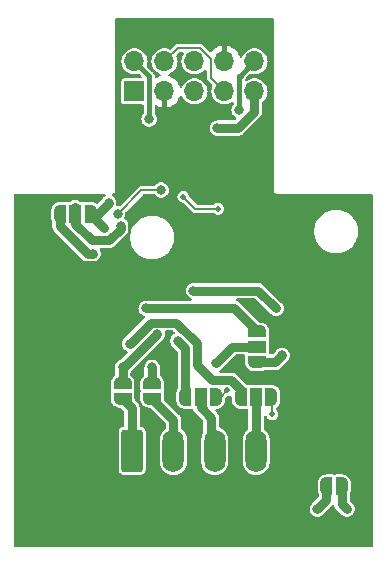
<source format=gbr>
%TF.GenerationSoftware,KiCad,Pcbnew,8.0.2*%
%TF.CreationDate,2024-11-30T22:02:43+01:00*%
%TF.ProjectId,keerlusRelais,6b656572-6c75-4735-9265-6c6169732e6b,rev?*%
%TF.SameCoordinates,Original*%
%TF.FileFunction,Copper,L2,Bot*%
%TF.FilePolarity,Positive*%
%FSLAX46Y46*%
G04 Gerber Fmt 4.6, Leading zero omitted, Abs format (unit mm)*
G04 Created by KiCad (PCBNEW 8.0.2) date 2024-11-30 22:02:43*
%MOMM*%
%LPD*%
G01*
G04 APERTURE LIST*
G04 Aperture macros list*
%AMRoundRect*
0 Rectangle with rounded corners*
0 $1 Rounding radius*
0 $2 $3 $4 $5 $6 $7 $8 $9 X,Y pos of 4 corners*
0 Add a 4 corners polygon primitive as box body*
4,1,4,$2,$3,$4,$5,$6,$7,$8,$9,$2,$3,0*
0 Add four circle primitives for the rounded corners*
1,1,$1+$1,$2,$3*
1,1,$1+$1,$4,$5*
1,1,$1+$1,$6,$7*
1,1,$1+$1,$8,$9*
0 Add four rect primitives between the rounded corners*
20,1,$1+$1,$2,$3,$4,$5,0*
20,1,$1+$1,$4,$5,$6,$7,0*
20,1,$1+$1,$6,$7,$8,$9,0*
20,1,$1+$1,$8,$9,$2,$3,0*%
%AMFreePoly0*
4,1,19,0.500000,-0.750000,0.000000,-0.750000,0.000000,-0.744911,-0.071157,-0.744911,-0.207708,-0.704816,-0.327430,-0.627875,-0.420627,-0.520320,-0.479746,-0.390866,-0.500000,-0.250000,-0.500000,0.250000,-0.479746,0.390866,-0.420627,0.520320,-0.327430,0.627875,-0.207708,0.704816,-0.071157,0.744911,0.000000,0.744911,0.000000,0.750000,0.500000,0.750000,0.500000,-0.750000,0.500000,-0.750000,
$1*%
%AMFreePoly1*
4,1,19,0.000000,0.744911,0.071157,0.744911,0.207708,0.704816,0.327430,0.627875,0.420627,0.520320,0.479746,0.390866,0.500000,0.250000,0.500000,-0.250000,0.479746,-0.390866,0.420627,-0.520320,0.327430,-0.627875,0.207708,-0.704816,0.071157,-0.744911,0.000000,-0.744911,0.000000,-0.750000,-0.500000,-0.750000,-0.500000,0.750000,0.000000,0.750000,0.000000,0.744911,0.000000,0.744911,
$1*%
%AMFreePoly2*
4,1,19,0.550000,-0.750000,0.000000,-0.750000,0.000000,-0.744911,-0.071157,-0.744911,-0.207708,-0.704816,-0.327430,-0.627875,-0.420627,-0.520320,-0.479746,-0.390866,-0.500000,-0.250000,-0.500000,0.250000,-0.479746,0.390866,-0.420627,0.520320,-0.327430,0.627875,-0.207708,0.704816,-0.071157,0.744911,0.000000,0.744911,0.000000,0.750000,0.550000,0.750000,0.550000,-0.750000,0.550000,-0.750000,
$1*%
%AMFreePoly3*
4,1,19,0.000000,0.744911,0.071157,0.744911,0.207708,0.704816,0.327430,0.627875,0.420627,0.520320,0.479746,0.390866,0.500000,0.250000,0.500000,-0.250000,0.479746,-0.390866,0.420627,-0.520320,0.327430,-0.627875,0.207708,-0.704816,0.071157,-0.744911,0.000000,-0.744911,0.000000,-0.750000,-0.550000,-0.750000,-0.550000,0.750000,0.000000,0.750000,0.000000,0.744911,0.000000,0.744911,
$1*%
G04 Aperture macros list end*
%TA.AperFunction,ComponentPad*%
%ADD10O,1.700000X1.700000*%
%TD*%
%TA.AperFunction,ComponentPad*%
%ADD11R,1.700000X1.700000*%
%TD*%
%TA.AperFunction,ComponentPad*%
%ADD12RoundRect,0.250000X-0.650000X-1.550000X0.650000X-1.550000X0.650000X1.550000X-0.650000X1.550000X0*%
%TD*%
%TA.AperFunction,ComponentPad*%
%ADD13O,1.800000X3.600000*%
%TD*%
%TA.AperFunction,SMDPad,CuDef*%
%ADD14FreePoly0,90.000000*%
%TD*%
%TA.AperFunction,SMDPad,CuDef*%
%ADD15FreePoly1,90.000000*%
%TD*%
%TA.AperFunction,SMDPad,CuDef*%
%ADD16FreePoly0,180.000000*%
%TD*%
%TA.AperFunction,SMDPad,CuDef*%
%ADD17FreePoly1,180.000000*%
%TD*%
%TA.AperFunction,SMDPad,CuDef*%
%ADD18FreePoly2,180.000000*%
%TD*%
%TA.AperFunction,SMDPad,CuDef*%
%ADD19R,1.000000X1.500000*%
%TD*%
%TA.AperFunction,SMDPad,CuDef*%
%ADD20FreePoly3,180.000000*%
%TD*%
%TA.AperFunction,SMDPad,CuDef*%
%ADD21FreePoly2,90.000000*%
%TD*%
%TA.AperFunction,SMDPad,CuDef*%
%ADD22R,1.500000X1.000000*%
%TD*%
%TA.AperFunction,SMDPad,CuDef*%
%ADD23FreePoly3,90.000000*%
%TD*%
%TA.AperFunction,ViaPad*%
%ADD24C,0.500000*%
%TD*%
%TA.AperFunction,ViaPad*%
%ADD25C,0.800000*%
%TD*%
%TA.AperFunction,Conductor*%
%ADD26C,0.200000*%
%TD*%
%TA.AperFunction,Conductor*%
%ADD27C,0.400000*%
%TD*%
%TA.AperFunction,Conductor*%
%ADD28C,0.800000*%
%TD*%
G04 APERTURE END LIST*
D10*
%TO.P,J2,10,Pin_10*%
%TO.N,/DCC_A_OUT*%
X147085000Y-26110000D03*
%TO.P,J2,9,Pin_9*%
%TO.N,/DCC_A_IN*%
X147085000Y-28650000D03*
%TO.P,J2,8,Pin_8*%
%TO.N,GND*%
X144545000Y-26110000D03*
%TO.P,J2,7,Pin_7*%
%TO.N,/sensor*%
X144545000Y-28650000D03*
%TO.P,J2,6,Pin_6*%
%TO.N,+12V*%
X142005000Y-26110000D03*
%TO.P,J2,5,Pin_5*%
X142005000Y-28650000D03*
%TO.P,J2,4,Pin_4*%
%TO.N,/sensor*%
X139465000Y-26110000D03*
%TO.P,J2,3,Pin_3*%
%TO.N,GND*%
X139465000Y-28650000D03*
%TO.P,J2,2,Pin_2*%
%TO.N,/DCC_B_OUT*%
X136925000Y-26110000D03*
D11*
%TO.P,J2,1,Pin_1*%
%TO.N,/DCC_B_IN*%
X136925000Y-28650000D03*
%TD*%
D12*
%TO.P,J4,1,Pin_1*%
%TO.N,/pow_1*%
X136726000Y-59067500D03*
D13*
%TO.P,J4,2,Pin_2*%
%TO.N,/pow_2*%
X140226000Y-59067500D03*
%TO.P,J4,3,Pin_3*%
%TO.N,Net-(J4-Pin_3)*%
X143726000Y-59067500D03*
%TO.P,J4,4,Pin_4*%
%TO.N,Net-(J4-Pin_4)*%
X147226000Y-59067500D03*
%TD*%
D14*
%TO.P,JP3,1,A*%
%TO.N,/pow_1*%
X135921000Y-54650000D03*
D15*
%TO.P,JP3,2,B*%
%TO.N,/DCC_A_IN*%
X135921000Y-53350000D03*
%TD*%
D16*
%TO.P,JP7,1,A*%
%TO.N,/ABC/NEG*%
X154483000Y-62078000D03*
D17*
%TO.P,JP7,2,B*%
%TO.N,Net-(D8-K)*%
X153183000Y-62078000D03*
%TD*%
D18*
%TO.P,JP5,1,A*%
%TO.N,/extern_2*%
X148521000Y-54500000D03*
D19*
%TO.P,JP5,2,C*%
%TO.N,Net-(J4-Pin_4)*%
X147221000Y-54500000D03*
D20*
%TO.P,JP5,3,B*%
%TO.N,/DCC_B_RELAY*%
X145921000Y-54500000D03*
%TD*%
D21*
%TO.P,JP6,1,A*%
%TO.N,/ABC/NEG*%
X147320000Y-51567000D03*
D22*
%TO.P,JP6,2,C*%
%TO.N,Net-(JP6-C)*%
X147320000Y-50267000D03*
D23*
%TO.P,JP6,3,B*%
%TO.N,/DCC_B_IN*%
X147320000Y-48967000D03*
%TD*%
D18*
%TO.P,JP4,1,A*%
%TO.N,/extern_1*%
X143822000Y-54500000D03*
D19*
%TO.P,JP4,2,C*%
%TO.N,Net-(J4-Pin_3)*%
X142522000Y-54500000D03*
D20*
%TO.P,JP4,3,B*%
%TO.N,/DCC_A_OUT*%
X141222000Y-54500000D03*
%TD*%
D18*
%TO.P,JP1,1,A*%
%TO.N,/DCC_B_IN*%
X133221000Y-39000000D03*
D19*
%TO.P,JP1,2,C*%
%TO.N,/DCC_B_OUT*%
X131921000Y-39000000D03*
D20*
%TO.P,JP1,3,B*%
%TO.N,/DCC_B_RELAY*%
X130621000Y-39000000D03*
%TD*%
D14*
%TO.P,JP2,1,A*%
%TO.N,/pow_2*%
X138421000Y-54650000D03*
D15*
%TO.P,JP2,2,B*%
%TO.N,/DCC_B_IN*%
X138421000Y-53350000D03*
%TD*%
D24*
%TO.N,GND*%
X135763000Y-36195000D03*
D25*
X149733000Y-38862000D03*
D24*
X128397000Y-57150000D03*
X132080000Y-51689000D03*
D25*
X150114000Y-44323000D03*
D24*
X146304000Y-39116000D03*
X150241000Y-48006000D03*
D25*
X139500000Y-35000000D03*
D24*
X145542000Y-59436000D03*
X148336000Y-62357000D03*
X131953000Y-57404000D03*
X147955000Y-52959000D03*
X136779000Y-66040000D03*
D25*
X147000000Y-33500000D03*
D24*
X141986000Y-23622000D03*
X149733000Y-52832000D03*
X149860000Y-57404000D03*
X149606000Y-60960000D03*
X132461000Y-62992000D03*
X145415000Y-57277000D03*
X134620000Y-60706000D03*
X150114000Y-54356000D03*
X137795000Y-55753000D03*
D25*
X147955000Y-41148000D03*
D24*
X154051000Y-45466000D03*
D25*
X147828000Y-42672000D03*
D24*
X141224000Y-55753000D03*
X144780000Y-62865000D03*
X130810000Y-47752000D03*
X153035000Y-57531000D03*
X134493000Y-57404000D03*
D25*
X147000000Y-23500000D03*
D24*
X141986000Y-59436000D03*
D25*
X137000000Y-23500000D03*
D24*
X127635000Y-61214000D03*
X130556000Y-45085000D03*
X156591000Y-64643000D03*
X145542000Y-51689000D03*
X153289000Y-59944000D03*
X153289000Y-49149000D03*
X133096000Y-55372000D03*
X128270000Y-43688000D03*
X147955000Y-47752000D03*
X149098000Y-49530000D03*
X128270000Y-40767000D03*
X132334000Y-44323000D03*
X133477000Y-53086000D03*
X138938000Y-62865000D03*
X130302000Y-42545000D03*
X127508000Y-47371000D03*
X128524000Y-51816000D03*
D25*
X139500000Y-32500000D03*
D24*
X138557000Y-59309000D03*
X153289000Y-52578000D03*
D25*
X146500000Y-37000000D03*
D24*
X132842000Y-49784000D03*
%TO.N,+12V*%
X141071000Y-37567000D03*
X144018000Y-38583000D03*
D25*
%TO.N,/DCC_A_OUT*%
X145796000Y-30226000D03*
X140589000Y-49759000D03*
%TO.N,/DCC_B_OUT*%
X138176000Y-30988000D03*
X135763000Y-40000000D03*
%TO.N,/DCC_B_IN*%
X134747000Y-38100000D03*
X138421000Y-52000000D03*
X137921000Y-47000000D03*
X134366000Y-40234000D03*
%TO.N,/DCC_A_IN*%
X141921000Y-45500000D03*
X148921000Y-47000000D03*
X138848607Y-49213393D03*
X143951000Y-31750000D03*
X135921000Y-52000000D03*
%TO.N,/sensor*%
X139176000Y-37000000D03*
X135500000Y-39000000D03*
D24*
%TO.N,/extern_1*%
X144780000Y-53950000D03*
%TO.N,/extern_2*%
X148590000Y-55982000D03*
D25*
%TO.N,/DCC_B_RELAY*%
X133421000Y-42393000D03*
X136525000Y-50013000D03*
%TO.N,/ABC/NEG*%
X149421000Y-51000000D03*
X154921000Y-64000000D03*
%TO.N,Net-(D8-K)*%
X152421000Y-64000000D03*
%TO.N,Net-(JP6-C)*%
X143826000Y-51664000D03*
%TD*%
D26*
%TO.N,+12V*%
X141071000Y-37567000D02*
X142087000Y-38583000D01*
X142087000Y-38583000D02*
X144018000Y-38583000D01*
D27*
%TO.N,/DCC_A_OUT*%
X145923000Y-27338000D02*
X145890000Y-27305000D01*
X145796000Y-27559000D02*
X145796000Y-27338000D01*
X145796000Y-30226000D02*
X145796000Y-27686000D01*
D28*
X141222000Y-50392000D02*
X141222000Y-54500000D01*
D27*
X147085000Y-26110000D02*
X145890000Y-27305000D01*
X145796000Y-27432000D02*
X145923000Y-27305000D01*
D28*
X140589000Y-49759000D02*
X141222000Y-50392000D01*
%TO.N,/DCC_B_OUT*%
X131921000Y-38500000D02*
X131891000Y-38470000D01*
X134780213Y-41234001D02*
X133299401Y-41234001D01*
X133299401Y-41234001D02*
X131921000Y-39855600D01*
X135763000Y-40000000D02*
X135763000Y-40251214D01*
X131921000Y-39855600D02*
X131921000Y-39000000D01*
X131921000Y-39000000D02*
X131921000Y-38500000D01*
X135763000Y-40251214D02*
X134780213Y-41234001D01*
D27*
X138176000Y-30988000D02*
X138176000Y-27361000D01*
X138176000Y-27361000D02*
X136925000Y-26110000D01*
D28*
%TO.N,/DCC_B_IN*%
X138421000Y-53350000D02*
X138421000Y-52000000D01*
X133221000Y-39000000D02*
X133847000Y-39000000D01*
X133221000Y-39089000D02*
X134366000Y-40234000D01*
X147320000Y-48967000D02*
X145353000Y-47000000D01*
X133847000Y-39000000D02*
X134747000Y-38100000D01*
X133221000Y-39000000D02*
X133221000Y-39089000D01*
X145353000Y-47000000D02*
X137921000Y-47000000D01*
%TO.N,/DCC_A_IN*%
X147085000Y-30351214D02*
X147085000Y-28650000D01*
X143951000Y-31750000D02*
X145686214Y-31750000D01*
X135921000Y-53350000D02*
X135921000Y-52000000D01*
X145686214Y-31750000D02*
X147085000Y-30351214D01*
X147421000Y-45500000D02*
X148921000Y-47000000D01*
X136062000Y-52000000D02*
X138848607Y-49213393D01*
X135921000Y-52000000D02*
X136062000Y-52000000D01*
X141921000Y-45500000D02*
X147421000Y-45500000D01*
%TO.N,/pow_1*%
X136726000Y-55455000D02*
X135921000Y-54650000D01*
X136726000Y-59067500D02*
X136726000Y-55455000D01*
%TO.N,/pow_2*%
X140226000Y-56455000D02*
X138421000Y-54650000D01*
X140226000Y-59067500D02*
X140226000Y-56455000D01*
D26*
%TO.N,/sensor*%
X143395000Y-27500000D02*
X144545000Y-28650000D01*
X135500000Y-39000000D02*
X137500000Y-37000000D01*
X143395000Y-25873654D02*
X143395000Y-27500000D01*
X139465000Y-26110000D02*
X140615000Y-24960000D01*
X142481346Y-24960000D02*
X143395000Y-25873654D01*
X140615000Y-24960000D02*
X142481346Y-24960000D01*
X137500000Y-37000000D02*
X139176000Y-37000000D01*
D28*
%TO.N,Net-(J4-Pin_4)*%
X147226000Y-59067500D02*
X147226000Y-54505000D01*
X147226000Y-54505000D02*
X147221000Y-54500000D01*
%TO.N,Net-(J4-Pin_3)*%
X143421000Y-58762500D02*
X143421000Y-56254600D01*
X142522000Y-55355600D02*
X142522000Y-54500000D01*
X143421000Y-56254600D02*
X142522000Y-55355600D01*
X143726000Y-59067500D02*
X143421000Y-58762500D01*
D26*
%TO.N,/extern_1*%
X144230000Y-54500000D02*
X144780000Y-53950000D01*
X143822000Y-54500000D02*
X144230000Y-54500000D01*
%TO.N,/extern_2*%
X148590000Y-54569000D02*
X148521000Y-54500000D01*
X148590000Y-55982000D02*
X148590000Y-54569000D01*
D28*
%TO.N,/DCC_B_RELAY*%
X133421000Y-42393000D02*
X132980000Y-42393000D01*
X132980000Y-42393000D02*
X130621000Y-40034000D01*
X138324607Y-48213393D02*
X136525000Y-50013000D01*
X145921000Y-54500000D02*
X145921000Y-53888918D01*
X145921000Y-53888918D02*
X145132082Y-53100000D01*
X142222001Y-51801001D02*
X142222001Y-49977787D01*
X142222001Y-49977787D02*
X140457607Y-48213393D01*
X143521000Y-53100000D02*
X142222001Y-51801001D01*
X145132082Y-53100000D02*
X143521000Y-53100000D01*
X140457607Y-48213393D02*
X138324607Y-48213393D01*
X130621000Y-40034000D02*
X130621000Y-39000000D01*
%TO.N,/ABC/NEG*%
X148854000Y-51567000D02*
X149421000Y-51000000D01*
X154483000Y-62078000D02*
X154483000Y-63562000D01*
X154483000Y-63562000D02*
X154921000Y-64000000D01*
X147320000Y-51567000D02*
X148854000Y-51567000D01*
%TO.N,Net-(D8-K)*%
X153183000Y-62078000D02*
X153183000Y-63238000D01*
X153183000Y-63238000D02*
X152421000Y-64000000D01*
%TO.N,Net-(JP6-C)*%
X145223000Y-50267000D02*
X147320000Y-50267000D01*
X143826000Y-51664000D02*
X145223000Y-50267000D01*
%TD*%
%TA.AperFunction,Conductor*%
%TO.N,GND*%
G36*
X148642539Y-22430185D02*
G01*
X148688294Y-22482989D01*
X148699500Y-22534500D01*
X148699500Y-36960438D01*
X148699500Y-37039562D01*
X148706718Y-37066500D01*
X148719979Y-37115990D01*
X148719982Y-37115995D01*
X148759535Y-37184504D01*
X148759539Y-37184509D01*
X148759540Y-37184511D01*
X148815489Y-37240460D01*
X148815491Y-37240461D01*
X148815495Y-37240464D01*
X148884004Y-37280017D01*
X148884011Y-37280021D01*
X148960438Y-37300500D01*
X156996500Y-37300500D01*
X157063539Y-37320185D01*
X157109294Y-37372989D01*
X157120500Y-37424500D01*
X157120500Y-67075500D01*
X157100815Y-67142539D01*
X157048011Y-67188294D01*
X156996500Y-67199500D01*
X126845500Y-67199500D01*
X126778461Y-67179815D01*
X126732706Y-67127011D01*
X126721500Y-67075500D01*
X126721500Y-63999999D01*
X151765722Y-63999999D01*
X151769597Y-64031912D01*
X151770501Y-64046859D01*
X151770501Y-64064069D01*
X151777288Y-64098194D01*
X151778766Y-64107434D01*
X151784763Y-64156818D01*
X151789906Y-64170381D01*
X151794847Y-64187594D01*
X151795498Y-64189741D01*
X151795499Y-64189744D01*
X151815525Y-64238092D01*
X151816905Y-64241571D01*
X151840780Y-64304524D01*
X151882346Y-64364742D01*
X151883398Y-64366291D01*
X151902488Y-64394861D01*
X151912738Y-64410202D01*
X151915724Y-64414670D01*
X151919286Y-64419011D01*
X151925473Y-64427223D01*
X151925630Y-64427450D01*
X151930518Y-64434531D01*
X151972133Y-64471399D01*
X151977572Y-64476518D01*
X152006329Y-64505275D01*
X152006332Y-64505278D01*
X152015760Y-64511577D01*
X152029103Y-64521868D01*
X152048758Y-64539282D01*
X152048760Y-64539283D01*
X152082418Y-64556948D01*
X152093673Y-64563636D01*
X152112873Y-64576465D01*
X152139621Y-64587544D01*
X152149776Y-64592300D01*
X152188635Y-64612696D01*
X152202344Y-64616075D01*
X152208434Y-64617576D01*
X152226211Y-64623411D01*
X152231256Y-64625501D01*
X152276891Y-64634578D01*
X152282307Y-64635783D01*
X152342015Y-64650500D01*
X152499983Y-64650500D01*
X152499985Y-64650500D01*
X152559705Y-64635780D01*
X152565111Y-64634577D01*
X152610744Y-64625501D01*
X152615786Y-64623412D01*
X152633564Y-64617576D01*
X152653365Y-64612696D01*
X152692237Y-64592292D01*
X152702374Y-64587545D01*
X152729127Y-64576465D01*
X152748326Y-64563635D01*
X152759582Y-64556948D01*
X152793236Y-64539285D01*
X152793235Y-64539285D01*
X152793240Y-64539283D01*
X152812906Y-64521859D01*
X152826233Y-64511581D01*
X152835669Y-64505277D01*
X152864434Y-64476510D01*
X152869874Y-64471391D01*
X152869884Y-64471382D01*
X152911483Y-64434530D01*
X152916372Y-64427445D01*
X152930738Y-64410206D01*
X153648945Y-63692001D01*
X153710268Y-63658516D01*
X153779960Y-63663500D01*
X153835893Y-63705372D01*
X153854189Y-63746384D01*
X153855731Y-63745917D01*
X153857497Y-63751740D01*
X153906533Y-63870125D01*
X153927700Y-63901803D01*
X153971993Y-63968094D01*
X153977726Y-63976673D01*
X153977727Y-63976674D01*
X154411256Y-64410202D01*
X154425626Y-64427445D01*
X154430514Y-64434527D01*
X154430517Y-64434531D01*
X154472133Y-64471399D01*
X154477572Y-64476518D01*
X154506331Y-64505277D01*
X154511086Y-64508454D01*
X154515765Y-64511581D01*
X154529103Y-64521869D01*
X154548756Y-64539280D01*
X154548759Y-64539282D01*
X154548760Y-64539283D01*
X154582412Y-64556945D01*
X154593671Y-64563635D01*
X154612874Y-64576466D01*
X154639623Y-64587545D01*
X154649780Y-64592303D01*
X154688635Y-64612696D01*
X154708437Y-64617576D01*
X154726216Y-64623413D01*
X154731249Y-64625498D01*
X154731250Y-64625498D01*
X154731257Y-64625501D01*
X154776878Y-64634575D01*
X154782332Y-64635789D01*
X154842015Y-64650500D01*
X154842016Y-64650500D01*
X154999983Y-64650500D01*
X154999985Y-64650500D01*
X155059692Y-64635783D01*
X155065099Y-64634580D01*
X155110744Y-64625501D01*
X155115782Y-64623413D01*
X155133564Y-64617576D01*
X155153365Y-64612696D01*
X155192224Y-64592300D01*
X155202384Y-64587542D01*
X155229127Y-64576466D01*
X155248332Y-64563632D01*
X155259582Y-64556947D01*
X155293240Y-64539283D01*
X155312901Y-64521863D01*
X155326234Y-64511581D01*
X155335670Y-64505277D01*
X155364443Y-64476502D01*
X155369884Y-64471382D01*
X155411483Y-64434530D01*
X155416527Y-64427220D01*
X155422729Y-64418990D01*
X155426261Y-64414685D01*
X155426277Y-64414670D01*
X155458670Y-64366188D01*
X155459638Y-64364764D01*
X155501219Y-64304524D01*
X155501220Y-64304523D01*
X155525100Y-64241553D01*
X155526443Y-64238166D01*
X155546501Y-64189744D01*
X155546502Y-64189737D01*
X155547196Y-64187448D01*
X155552094Y-64170377D01*
X155557237Y-64156818D01*
X155563233Y-64107434D01*
X155564706Y-64098220D01*
X155571500Y-64064069D01*
X155571500Y-64046851D01*
X155572404Y-64031904D01*
X155576278Y-64000000D01*
X155572404Y-63968094D01*
X155571500Y-63953148D01*
X155571500Y-63935929D01*
X155568337Y-63920035D01*
X155564707Y-63901785D01*
X155563233Y-63892565D01*
X155557237Y-63843182D01*
X155552091Y-63829613D01*
X155547193Y-63812540D01*
X155546500Y-63810254D01*
X155542959Y-63801706D01*
X155526450Y-63761850D01*
X155525095Y-63758431D01*
X155522559Y-63751744D01*
X155501220Y-63695477D01*
X155459632Y-63635226D01*
X155458605Y-63633714D01*
X155452786Y-63625006D01*
X155426277Y-63585331D01*
X155426272Y-63585326D01*
X155422714Y-63580990D01*
X155416524Y-63572774D01*
X155411483Y-63565470D01*
X155411481Y-63565467D01*
X155369865Y-63528599D01*
X155364411Y-63523465D01*
X155169819Y-63328873D01*
X155136334Y-63267550D01*
X155133500Y-63241192D01*
X155133500Y-62749240D01*
X155144705Y-62697730D01*
X155200091Y-62576454D01*
X155220579Y-62506677D01*
X155241041Y-62364362D01*
X155241041Y-62291639D01*
X155239762Y-62282742D01*
X155238500Y-62265097D01*
X155238500Y-61890902D01*
X155239762Y-61873256D01*
X155241041Y-61864361D01*
X155241041Y-61791638D01*
X155220579Y-61649323D01*
X155200091Y-61579546D01*
X155191089Y-61559836D01*
X155140369Y-61448772D01*
X155140360Y-61448756D01*
X155129664Y-61432113D01*
X155101047Y-61387584D01*
X155101043Y-61387579D01*
X155101038Y-61387572D01*
X155006893Y-61278922D01*
X154951930Y-61231297D01*
X154830982Y-61153568D01*
X154830977Y-61153566D01*
X154764826Y-61123356D01*
X154650105Y-61089671D01*
X154626875Y-61082850D01*
X154626863Y-61082847D01*
X154554889Y-61072500D01*
X153983000Y-61072500D01*
X153982997Y-61072500D01*
X153885228Y-61091947D01*
X153880452Y-61093926D01*
X153810982Y-61101394D01*
X153785548Y-61093926D01*
X153780771Y-61091947D01*
X153683003Y-61072500D01*
X153683000Y-61072500D01*
X153111111Y-61072500D01*
X153111110Y-61072500D01*
X153039136Y-61082847D01*
X153039124Y-61082850D01*
X152901174Y-61123356D01*
X152835022Y-61153566D01*
X152835017Y-61153568D01*
X152714069Y-61231297D01*
X152659106Y-61278922D01*
X152564961Y-61387572D01*
X152564950Y-61387588D01*
X152525639Y-61448756D01*
X152525630Y-61448772D01*
X152465910Y-61579542D01*
X152445419Y-61649328D01*
X152424959Y-61791638D01*
X152424959Y-61864361D01*
X152426238Y-61873256D01*
X152427500Y-61890902D01*
X152427500Y-62265097D01*
X152426238Y-62282742D01*
X152424959Y-62291635D01*
X152424959Y-62364361D01*
X152445419Y-62506671D01*
X152445421Y-62506677D01*
X152465909Y-62576454D01*
X152521294Y-62697730D01*
X152532500Y-62749240D01*
X152532500Y-62917191D01*
X152512815Y-62984230D01*
X152496181Y-63004872D01*
X151977586Y-63523466D01*
X151972134Y-63528599D01*
X151930516Y-63565470D01*
X151925470Y-63572780D01*
X151919292Y-63580980D01*
X151915725Y-63585327D01*
X151883416Y-63633680D01*
X151882366Y-63635226D01*
X151840779Y-63695476D01*
X151816911Y-63758410D01*
X151815533Y-63761886D01*
X151795497Y-63810261D01*
X151794843Y-63812416D01*
X151789908Y-63829613D01*
X151784763Y-63843179D01*
X151784762Y-63843182D01*
X151778766Y-63892565D01*
X151777288Y-63901803D01*
X151770501Y-63935928D01*
X151770501Y-63953140D01*
X151769597Y-63968086D01*
X151765722Y-63999999D01*
X126721500Y-63999999D01*
X126721500Y-53278110D01*
X134915500Y-53278110D01*
X134915500Y-53850004D01*
X134934947Y-53947771D01*
X134936926Y-53952548D01*
X134944394Y-54022018D01*
X134936926Y-54047452D01*
X134934947Y-54052228D01*
X134915500Y-54149995D01*
X134915500Y-54721889D01*
X134925847Y-54793863D01*
X134925849Y-54793871D01*
X134965431Y-54928677D01*
X134966356Y-54931825D01*
X134996566Y-54997977D01*
X134996568Y-54997982D01*
X135074297Y-55118930D01*
X135121922Y-55173893D01*
X135230572Y-55268038D01*
X135230579Y-55268043D01*
X135230584Y-55268047D01*
X135275113Y-55296664D01*
X135291756Y-55307360D01*
X135291772Y-55307369D01*
X135422542Y-55367089D01*
X135422546Y-55367091D01*
X135492323Y-55387579D01*
X135492326Y-55387579D01*
X135492328Y-55387580D01*
X135515636Y-55390931D01*
X135634638Y-55408041D01*
X135634639Y-55408041D01*
X135707733Y-55408041D01*
X135774772Y-55427726D01*
X135795414Y-55444360D01*
X136039181Y-55688127D01*
X136072666Y-55749450D01*
X136075500Y-55775808D01*
X136075500Y-56900523D01*
X136055815Y-56967562D01*
X136003011Y-57013317D01*
X135975865Y-57020766D01*
X135976068Y-57021624D01*
X135968520Y-57023407D01*
X135833671Y-57073702D01*
X135833664Y-57073706D01*
X135718455Y-57159952D01*
X135718452Y-57159955D01*
X135632206Y-57275164D01*
X135632202Y-57275171D01*
X135581908Y-57410017D01*
X135575501Y-57469616D01*
X135575501Y-57469623D01*
X135575500Y-57469635D01*
X135575500Y-60665370D01*
X135575501Y-60665376D01*
X135581908Y-60724983D01*
X135632202Y-60859828D01*
X135632206Y-60859835D01*
X135718452Y-60975044D01*
X135718455Y-60975047D01*
X135833664Y-61061293D01*
X135833671Y-61061297D01*
X135968517Y-61111591D01*
X135968516Y-61111591D01*
X135975444Y-61112335D01*
X136028127Y-61118000D01*
X137423872Y-61117999D01*
X137483483Y-61111591D01*
X137618331Y-61061296D01*
X137733546Y-60975046D01*
X137819796Y-60859831D01*
X137870091Y-60724983D01*
X137876500Y-60665373D01*
X137876499Y-57469628D01*
X137870091Y-57410017D01*
X137819796Y-57275169D01*
X137819795Y-57275168D01*
X137819793Y-57275164D01*
X137733547Y-57159955D01*
X137733544Y-57159952D01*
X137618335Y-57073706D01*
X137618328Y-57073702D01*
X137483482Y-57023408D01*
X137475938Y-57021626D01*
X137476474Y-57019353D01*
X137422688Y-56997071D01*
X137382843Y-56939677D01*
X137376500Y-56900524D01*
X137376500Y-55390928D01*
X137351502Y-55265261D01*
X137351501Y-55265260D01*
X137351501Y-55265256D01*
X137307297Y-55158540D01*
X137304297Y-55130629D01*
X137284102Y-55117650D01*
X137274714Y-55105339D01*
X137231278Y-55040332D01*
X137231272Y-55040325D01*
X136962819Y-54771872D01*
X136929334Y-54710549D01*
X136926500Y-54684191D01*
X136926500Y-54149997D01*
X136926499Y-54149995D01*
X136907052Y-54052229D01*
X136907051Y-54052228D01*
X136907051Y-54052224D01*
X136907048Y-54052219D01*
X136905077Y-54047460D01*
X136897604Y-53977991D01*
X136905077Y-53952540D01*
X136907047Y-53947781D01*
X136907051Y-53947776D01*
X136926500Y-53850000D01*
X136926500Y-53278111D01*
X136926500Y-53278110D01*
X137415500Y-53278110D01*
X137415500Y-53850004D01*
X137434947Y-53947771D01*
X137436926Y-53952548D01*
X137444394Y-54022018D01*
X137436926Y-54047452D01*
X137434947Y-54052228D01*
X137415500Y-54149995D01*
X137415500Y-54721889D01*
X137425847Y-54793863D01*
X137425849Y-54793871D01*
X137465431Y-54928677D01*
X137466357Y-54931828D01*
X137490611Y-54984939D01*
X137495249Y-55017200D01*
X137518411Y-55033282D01*
X137526170Y-55044042D01*
X137574298Y-55118931D01*
X137574299Y-55118932D01*
X137621922Y-55173893D01*
X137730572Y-55268038D01*
X137730579Y-55268043D01*
X137730584Y-55268047D01*
X137775113Y-55296664D01*
X137791756Y-55307360D01*
X137791772Y-55307369D01*
X137922542Y-55367089D01*
X137922546Y-55367091D01*
X137992323Y-55387579D01*
X137992326Y-55387579D01*
X137992328Y-55387580D01*
X138015636Y-55390931D01*
X138134638Y-55408041D01*
X138134639Y-55408041D01*
X138207733Y-55408041D01*
X138274772Y-55427726D01*
X138295414Y-55444360D01*
X139539181Y-56688127D01*
X139572666Y-56749450D01*
X139575500Y-56775808D01*
X139575500Y-57154837D01*
X139555815Y-57221876D01*
X139524386Y-57255154D01*
X139476505Y-57289942D01*
X139476496Y-57289949D01*
X139348445Y-57418000D01*
X139348441Y-57418005D01*
X139242006Y-57564502D01*
X139159788Y-57725860D01*
X139159787Y-57725863D01*
X139103829Y-57898089D01*
X139075500Y-58076948D01*
X139075500Y-60058051D01*
X139103829Y-60236910D01*
X139159787Y-60409136D01*
X139159788Y-60409139D01*
X139242006Y-60570497D01*
X139348441Y-60716994D01*
X139348445Y-60716999D01*
X139476500Y-60845054D01*
X139476505Y-60845058D01*
X139604287Y-60937896D01*
X139623006Y-60951496D01*
X139728484Y-61005240D01*
X139784360Y-61033711D01*
X139784363Y-61033712D01*
X139869251Y-61061293D01*
X139956591Y-61089671D01*
X140039429Y-61102791D01*
X140135449Y-61118000D01*
X140135454Y-61118000D01*
X140316551Y-61118000D01*
X140403259Y-61104265D01*
X140495409Y-61089671D01*
X140667639Y-61033711D01*
X140828994Y-60951496D01*
X140975501Y-60845053D01*
X141103553Y-60717001D01*
X141209996Y-60570494D01*
X141292211Y-60409139D01*
X141348171Y-60236909D01*
X141362765Y-60144759D01*
X141376500Y-60058051D01*
X141376500Y-58076948D01*
X141360019Y-57972897D01*
X141348171Y-57898091D01*
X141292211Y-57725861D01*
X141292211Y-57725860D01*
X141263740Y-57669984D01*
X141209996Y-57564506D01*
X141181500Y-57525284D01*
X141103558Y-57418005D01*
X141103554Y-57418000D01*
X140975503Y-57289949D01*
X140975501Y-57289947D01*
X140955154Y-57275164D01*
X140927614Y-57255154D01*
X140884948Y-57199824D01*
X140876500Y-57154837D01*
X140876500Y-56390928D01*
X140851502Y-56265261D01*
X140851501Y-56265260D01*
X140851501Y-56265256D01*
X140802465Y-56146873D01*
X140758117Y-56080501D01*
X140731276Y-56040330D01*
X140731274Y-56040327D01*
X139462819Y-54771872D01*
X139429334Y-54710549D01*
X139426500Y-54684191D01*
X139426500Y-54149997D01*
X139426499Y-54149995D01*
X139407052Y-54052229D01*
X139407051Y-54052228D01*
X139407051Y-54052224D01*
X139407048Y-54052219D01*
X139405077Y-54047460D01*
X139397604Y-53977991D01*
X139405077Y-53952540D01*
X139407047Y-53947781D01*
X139407051Y-53947776D01*
X139426500Y-53850000D01*
X139426500Y-53278111D01*
X139416151Y-53206129D01*
X139375644Y-53068174D01*
X139345434Y-53002023D01*
X139345432Y-53002020D01*
X139345431Y-53002017D01*
X139267702Y-52881069D01*
X139220077Y-52826107D01*
X139114298Y-52734450D01*
X139076523Y-52675673D01*
X139071500Y-52640737D01*
X139071500Y-52046851D01*
X139072404Y-52031904D01*
X139076278Y-52000000D01*
X139072404Y-51968094D01*
X139071500Y-51953148D01*
X139071500Y-51935932D01*
X139071499Y-51935928D01*
X139064705Y-51901775D01*
X139063232Y-51892562D01*
X139057237Y-51843182D01*
X139052094Y-51829621D01*
X139047185Y-51812512D01*
X139046502Y-51810261D01*
X139046501Y-51810256D01*
X139043834Y-51803818D01*
X139026472Y-51761900D01*
X139025091Y-51758420D01*
X139025087Y-51758410D01*
X139001220Y-51695477D01*
X138959595Y-51635173D01*
X138958570Y-51633664D01*
X138926281Y-51585337D01*
X138922732Y-51581013D01*
X138916529Y-51572780D01*
X138911486Y-51565474D01*
X138911484Y-51565472D01*
X138911483Y-51565470D01*
X138911480Y-51565467D01*
X138911477Y-51565464D01*
X138869856Y-51528590D01*
X138864403Y-51523457D01*
X138835672Y-51494726D01*
X138835667Y-51494722D01*
X138826241Y-51488424D01*
X138812904Y-51478137D01*
X138793244Y-51460720D01*
X138793242Y-51460719D01*
X138793240Y-51460717D01*
X138759570Y-51443045D01*
X138748318Y-51436358D01*
X138734660Y-51427232D01*
X138729127Y-51423535D01*
X138726411Y-51422410D01*
X138702388Y-51412459D01*
X138692219Y-51407696D01*
X138653365Y-51387304D01*
X138633560Y-51382422D01*
X138615799Y-51376592D01*
X138610744Y-51374499D01*
X138565118Y-51365422D01*
X138559640Y-51364202D01*
X138499987Y-51349500D01*
X138499985Y-51349500D01*
X138342015Y-51349500D01*
X138282354Y-51364203D01*
X138276890Y-51365419D01*
X138231259Y-51374497D01*
X138231253Y-51374499D01*
X138226194Y-51376594D01*
X138208444Y-51382420D01*
X138188637Y-51387303D01*
X138188634Y-51387304D01*
X138149776Y-51407698D01*
X138139608Y-51412460D01*
X138112872Y-51423534D01*
X138093677Y-51436360D01*
X138082418Y-51443051D01*
X138048761Y-51460716D01*
X138048754Y-51460721D01*
X138029094Y-51478138D01*
X138015768Y-51488418D01*
X138006332Y-51494723D01*
X138006324Y-51494729D01*
X137977583Y-51523469D01*
X137972135Y-51528598D01*
X137930517Y-51565469D01*
X137925465Y-51572788D01*
X137919284Y-51580991D01*
X137915730Y-51585322D01*
X137883424Y-51633670D01*
X137882374Y-51635216D01*
X137840778Y-51695478D01*
X137816911Y-51758410D01*
X137815533Y-51761886D01*
X137795497Y-51810261D01*
X137794843Y-51812416D01*
X137789908Y-51829613D01*
X137784763Y-51843179D01*
X137784762Y-51843183D01*
X137778767Y-51892555D01*
X137777289Y-51901793D01*
X137770500Y-51935928D01*
X137770500Y-51953148D01*
X137769596Y-51968094D01*
X137765722Y-51999999D01*
X137769596Y-52031904D01*
X137770500Y-52046851D01*
X137770500Y-52640737D01*
X137750815Y-52707776D01*
X137727702Y-52734450D01*
X137621922Y-52826107D01*
X137574297Y-52881069D01*
X137496568Y-53002017D01*
X137496566Y-53002022D01*
X137466356Y-53068174D01*
X137425850Y-53206124D01*
X137425847Y-53206136D01*
X137415500Y-53278110D01*
X136926500Y-53278110D01*
X136916151Y-53206129D01*
X136875644Y-53068174D01*
X136845434Y-53002023D01*
X136845432Y-53002020D01*
X136845431Y-53002017D01*
X136767702Y-52881069D01*
X136720077Y-52826107D01*
X136614298Y-52734450D01*
X136576523Y-52675673D01*
X136571500Y-52640737D01*
X136571500Y-52461807D01*
X136591185Y-52394768D01*
X136607814Y-52374131D01*
X139292033Y-49689911D01*
X139297472Y-49684792D01*
X139314555Y-49669658D01*
X139339090Y-49647923D01*
X139344141Y-49640603D01*
X139350340Y-49632378D01*
X139353874Y-49628071D01*
X139353883Y-49628063D01*
X139386246Y-49579626D01*
X139387214Y-49578202D01*
X139428825Y-49517919D01*
X139428825Y-49517918D01*
X139428827Y-49517916D01*
X139452729Y-49454890D01*
X139454055Y-49451547D01*
X139474108Y-49403137D01*
X139474109Y-49403130D01*
X139474803Y-49400841D01*
X139479701Y-49383770D01*
X139484844Y-49370211D01*
X139490840Y-49320819D01*
X139492312Y-49311611D01*
X139499106Y-49277462D01*
X139499106Y-49260252D01*
X139500010Y-49245305D01*
X139501002Y-49237134D01*
X139503885Y-49213393D01*
X139500010Y-49181479D01*
X139499106Y-49166533D01*
X139499106Y-49149325D01*
X139498505Y-49146304D01*
X139492313Y-49115178D01*
X139490839Y-49105954D01*
X139484844Y-49056579D01*
X139484844Y-49056575D01*
X139484842Y-49056569D01*
X139479700Y-49043010D01*
X139474796Y-49025920D01*
X139474180Y-49023888D01*
X139474178Y-49023767D01*
X139474024Y-49023228D01*
X139472919Y-49017672D01*
X139474122Y-49017432D01*
X139473557Y-48954021D01*
X139510805Y-48894908D01*
X139574099Y-48865317D01*
X139592841Y-48863893D01*
X140136799Y-48863893D01*
X140203838Y-48883578D01*
X140224480Y-48900212D01*
X140309881Y-48985613D01*
X140343366Y-49046936D01*
X140338382Y-49116628D01*
X140296510Y-49172561D01*
X140281559Y-49182076D01*
X140261672Y-49195363D01*
X140250415Y-49202052D01*
X140216763Y-49219714D01*
X140216762Y-49219715D01*
X140197099Y-49237134D01*
X140183770Y-49247415D01*
X140174333Y-49253720D01*
X140174330Y-49253722D01*
X140145576Y-49282476D01*
X140140126Y-49287606D01*
X140098516Y-49324470D01*
X140093470Y-49331780D01*
X140087292Y-49339980D01*
X140083725Y-49344327D01*
X140051416Y-49392680D01*
X140050366Y-49394226D01*
X140008779Y-49454476D01*
X139984911Y-49517410D01*
X139983533Y-49520886D01*
X139963497Y-49569261D01*
X139962843Y-49571416D01*
X139957908Y-49588613D01*
X139952763Y-49602179D01*
X139952762Y-49602182D01*
X139946766Y-49651565D01*
X139945288Y-49660803D01*
X139938501Y-49694928D01*
X139938501Y-49712140D01*
X139937596Y-49727086D01*
X139933722Y-49759000D01*
X139937248Y-49788042D01*
X139937597Y-49790912D01*
X139938501Y-49805859D01*
X139938501Y-49823069D01*
X139945288Y-49857194D01*
X139946766Y-49866434D01*
X139952763Y-49915818D01*
X139957906Y-49929381D01*
X139962847Y-49946594D01*
X139963498Y-49948741D01*
X139963499Y-49948744D01*
X139976895Y-49981086D01*
X139983525Y-49997092D01*
X139984905Y-50000571D01*
X140008780Y-50063524D01*
X140050346Y-50123742D01*
X140051398Y-50125291D01*
X140083724Y-50173670D01*
X140087286Y-50178011D01*
X140093473Y-50186223D01*
X140098174Y-50193033D01*
X140098518Y-50193531D01*
X140140134Y-50230400D01*
X140145588Y-50235534D01*
X140353106Y-50443052D01*
X140535181Y-50625126D01*
X140568666Y-50686449D01*
X140571500Y-50712807D01*
X140571500Y-53828758D01*
X140560294Y-53880270D01*
X140504909Y-54001545D01*
X140484419Y-54071328D01*
X140463959Y-54213638D01*
X140463959Y-54286361D01*
X140465238Y-54295256D01*
X140466500Y-54312902D01*
X140466500Y-54687097D01*
X140465238Y-54704742D01*
X140463959Y-54713635D01*
X140463959Y-54713639D01*
X140463959Y-54786362D01*
X140465039Y-54793871D01*
X140484419Y-54928671D01*
X140485346Y-54931828D01*
X140504770Y-54997982D01*
X140504910Y-54998457D01*
X140564630Y-55129227D01*
X140564639Y-55129243D01*
X140603950Y-55190411D01*
X140603961Y-55190427D01*
X140698106Y-55299077D01*
X140753069Y-55346702D01*
X140874017Y-55424431D01*
X140874020Y-55424432D01*
X140874023Y-55424434D01*
X140940174Y-55454644D01*
X141078129Y-55495151D01*
X141150111Y-55505500D01*
X141150113Y-55505500D01*
X141772002Y-55505500D01*
X141778065Y-55504903D01*
X141778179Y-55506064D01*
X141841549Y-55511731D01*
X141896729Y-55554590D01*
X141910718Y-55579672D01*
X141945532Y-55663723D01*
X141945535Y-55663727D01*
X142002812Y-55749450D01*
X142016726Y-55770273D01*
X142016727Y-55770274D01*
X142734181Y-56487727D01*
X142767666Y-56549050D01*
X142770500Y-56575408D01*
X142770500Y-57484994D01*
X142750815Y-57552033D01*
X142746822Y-57557874D01*
X142742005Y-57564504D01*
X142742003Y-57564507D01*
X142659788Y-57725860D01*
X142659787Y-57725863D01*
X142603829Y-57898089D01*
X142575500Y-58076948D01*
X142575500Y-60058051D01*
X142603829Y-60236910D01*
X142659787Y-60409136D01*
X142659788Y-60409139D01*
X142742006Y-60570497D01*
X142848441Y-60716994D01*
X142848445Y-60716999D01*
X142976500Y-60845054D01*
X142976505Y-60845058D01*
X143104287Y-60937896D01*
X143123006Y-60951496D01*
X143228484Y-61005240D01*
X143284360Y-61033711D01*
X143284363Y-61033712D01*
X143369251Y-61061293D01*
X143456591Y-61089671D01*
X143539429Y-61102791D01*
X143635449Y-61118000D01*
X143635454Y-61118000D01*
X143816551Y-61118000D01*
X143903259Y-61104265D01*
X143995409Y-61089671D01*
X144167639Y-61033711D01*
X144328994Y-60951496D01*
X144475501Y-60845053D01*
X144603553Y-60717001D01*
X144709996Y-60570494D01*
X144792211Y-60409139D01*
X144848171Y-60236909D01*
X144862765Y-60144759D01*
X144876500Y-60058051D01*
X144876500Y-58076948D01*
X144860019Y-57972897D01*
X144848171Y-57898091D01*
X144792211Y-57725861D01*
X144792211Y-57725860D01*
X144763740Y-57669984D01*
X144709996Y-57564506D01*
X144681500Y-57525284D01*
X144603558Y-57418005D01*
X144603554Y-57418000D01*
X144475499Y-57289945D01*
X144475494Y-57289941D01*
X144328997Y-57183506D01*
X144328996Y-57183505D01*
X144328994Y-57183504D01*
X144272732Y-57154837D01*
X144167639Y-57101288D01*
X144167636Y-57101287D01*
X144157182Y-57097891D01*
X144099507Y-57058454D01*
X144072308Y-56994095D01*
X144071500Y-56979960D01*
X144071500Y-56190528D01*
X144046502Y-56064861D01*
X144046501Y-56064860D01*
X144046501Y-56064856D01*
X143997465Y-55946473D01*
X143997464Y-55946471D01*
X143987838Y-55932064D01*
X143987838Y-55932063D01*
X143926278Y-55839932D01*
X143926272Y-55839925D01*
X143803528Y-55717181D01*
X143770043Y-55655858D01*
X143775027Y-55586166D01*
X143816899Y-55530233D01*
X143882363Y-55505816D01*
X143891209Y-55505500D01*
X143893887Y-55505500D01*
X143893889Y-55505500D01*
X143965871Y-55495151D01*
X144103826Y-55454644D01*
X144169977Y-55424434D01*
X144290931Y-55346702D01*
X144345893Y-55299077D01*
X144375200Y-55265255D01*
X144440038Y-55190427D01*
X144440040Y-55190424D01*
X144440047Y-55190416D01*
X144479363Y-55129239D01*
X144479366Y-55129231D01*
X144479369Y-55129227D01*
X144523185Y-55033282D01*
X144539091Y-54998454D01*
X144559579Y-54928677D01*
X144580041Y-54786362D01*
X144580041Y-54713639D01*
X144580040Y-54713637D01*
X144579725Y-54709224D01*
X144581266Y-54709113D01*
X144590262Y-54646484D01*
X144615378Y-54610303D01*
X144738865Y-54486816D01*
X144800186Y-54453334D01*
X144826544Y-54450500D01*
X144851962Y-54450500D01*
X144851962Y-54450499D01*
X144925004Y-54429053D01*
X144998563Y-54407455D01*
X144998928Y-54408699D01*
X145059132Y-54400036D01*
X145122692Y-54429053D01*
X145160473Y-54487827D01*
X145165500Y-54522776D01*
X145165500Y-54687097D01*
X145164238Y-54704742D01*
X145162959Y-54713635D01*
X145162959Y-54713639D01*
X145162959Y-54786362D01*
X145164039Y-54793871D01*
X145183419Y-54928671D01*
X145184346Y-54931828D01*
X145203770Y-54997982D01*
X145203910Y-54998457D01*
X145263630Y-55129227D01*
X145263639Y-55129243D01*
X145302950Y-55190411D01*
X145302961Y-55190427D01*
X145397106Y-55299077D01*
X145452069Y-55346702D01*
X145573017Y-55424431D01*
X145573020Y-55424432D01*
X145573023Y-55424434D01*
X145639174Y-55454644D01*
X145777129Y-55495151D01*
X145849111Y-55505500D01*
X145849113Y-55505500D01*
X146451500Y-55505500D01*
X146518539Y-55525185D01*
X146564294Y-55577989D01*
X146575500Y-55629500D01*
X146575500Y-57154837D01*
X146555815Y-57221876D01*
X146524386Y-57255154D01*
X146476505Y-57289942D01*
X146476496Y-57289949D01*
X146348445Y-57418000D01*
X146348441Y-57418005D01*
X146242006Y-57564502D01*
X146159788Y-57725860D01*
X146159787Y-57725863D01*
X146103829Y-57898089D01*
X146075500Y-58076948D01*
X146075500Y-60058051D01*
X146103829Y-60236910D01*
X146159787Y-60409136D01*
X146159788Y-60409139D01*
X146242006Y-60570497D01*
X146348441Y-60716994D01*
X146348445Y-60716999D01*
X146476500Y-60845054D01*
X146476505Y-60845058D01*
X146604287Y-60937896D01*
X146623006Y-60951496D01*
X146728484Y-61005240D01*
X146784360Y-61033711D01*
X146784363Y-61033712D01*
X146869251Y-61061293D01*
X146956591Y-61089671D01*
X147039429Y-61102791D01*
X147135449Y-61118000D01*
X147135454Y-61118000D01*
X147316551Y-61118000D01*
X147403259Y-61104265D01*
X147495409Y-61089671D01*
X147667639Y-61033711D01*
X147828994Y-60951496D01*
X147975501Y-60845053D01*
X148103553Y-60717001D01*
X148209996Y-60570494D01*
X148292211Y-60409139D01*
X148348171Y-60236909D01*
X148362765Y-60144759D01*
X148376500Y-60058051D01*
X148376500Y-58076948D01*
X148360019Y-57972897D01*
X148348171Y-57898091D01*
X148292211Y-57725861D01*
X148292211Y-57725860D01*
X148263740Y-57669984D01*
X148209996Y-57564506D01*
X148181500Y-57525284D01*
X148103558Y-57418005D01*
X148103554Y-57418000D01*
X147975503Y-57289949D01*
X147975501Y-57289947D01*
X147955154Y-57275164D01*
X147927614Y-57255154D01*
X147884948Y-57199824D01*
X147876500Y-57154837D01*
X147876500Y-56194491D01*
X147896185Y-56127452D01*
X147948989Y-56081697D01*
X148018147Y-56071753D01*
X148081703Y-56100778D01*
X148113293Y-56142978D01*
X148164623Y-56255373D01*
X148258872Y-56364143D01*
X148379947Y-56441953D01*
X148379950Y-56441954D01*
X148379949Y-56441954D01*
X148518036Y-56482499D01*
X148518038Y-56482500D01*
X148518039Y-56482500D01*
X148661962Y-56482500D01*
X148661962Y-56482499D01*
X148800053Y-56441953D01*
X148921128Y-56364143D01*
X149015377Y-56255373D01*
X149075165Y-56124457D01*
X149095647Y-55982000D01*
X149075165Y-55839543D01*
X149015377Y-55708627D01*
X149015374Y-55708623D01*
X148970786Y-55657164D01*
X148941762Y-55593608D01*
X148940500Y-55575963D01*
X148940500Y-55445775D01*
X148960185Y-55378736D01*
X148986935Y-55350007D01*
X148986584Y-55349602D01*
X149044893Y-55299077D01*
X149139038Y-55190427D01*
X149139040Y-55190424D01*
X149139047Y-55190416D01*
X149178363Y-55129239D01*
X149178366Y-55129231D01*
X149178369Y-55129227D01*
X149222185Y-55033282D01*
X149238091Y-54998454D01*
X149258579Y-54928677D01*
X149279041Y-54786362D01*
X149279041Y-54713639D01*
X149277762Y-54704742D01*
X149276500Y-54687097D01*
X149276500Y-54312902D01*
X149277762Y-54295256D01*
X149279041Y-54286361D01*
X149279041Y-54213638D01*
X149258579Y-54071323D01*
X149238091Y-54001546D01*
X149213532Y-53947770D01*
X149178369Y-53870772D01*
X149178360Y-53870756D01*
X149151369Y-53828758D01*
X149139047Y-53809584D01*
X149139043Y-53809579D01*
X149139038Y-53809572D01*
X149044893Y-53700922D01*
X148989930Y-53653297D01*
X148868982Y-53575568D01*
X148868977Y-53575566D01*
X148802826Y-53545356D01*
X148698070Y-53514597D01*
X148664875Y-53504850D01*
X148664863Y-53504847D01*
X148592889Y-53494500D01*
X147971000Y-53494500D01*
X147940203Y-53500625D01*
X147869959Y-53514598D01*
X147821577Y-53514597D01*
X147745678Y-53499500D01*
X147745674Y-53499500D01*
X146696326Y-53499500D01*
X146620421Y-53514598D01*
X146572040Y-53514597D01*
X146477344Y-53495761D01*
X146415433Y-53463376D01*
X146413854Y-53461825D01*
X145546755Y-52594726D01*
X145491811Y-52558014D01*
X145440209Y-52523535D01*
X145321826Y-52474499D01*
X145321820Y-52474497D01*
X145196153Y-52449500D01*
X145196151Y-52449500D01*
X144232200Y-52449500D01*
X144165161Y-52429815D01*
X144119406Y-52377011D01*
X144109462Y-52307853D01*
X144138487Y-52244297D01*
X144174575Y-52215703D01*
X144198240Y-52203283D01*
X144217906Y-52185859D01*
X144231229Y-52175583D01*
X144240669Y-52169277D01*
X144269434Y-52140510D01*
X144274874Y-52135391D01*
X144282962Y-52128226D01*
X144316483Y-52098530D01*
X144321372Y-52091445D01*
X144335738Y-52074206D01*
X145456127Y-50953819D01*
X145517450Y-50920334D01*
X145543808Y-50917500D01*
X146190500Y-50917500D01*
X146257539Y-50937185D01*
X146303294Y-50989989D01*
X146314500Y-51041500D01*
X146314500Y-51638889D01*
X146324847Y-51710863D01*
X146324849Y-51710871D01*
X146365356Y-51848826D01*
X146389545Y-51901793D01*
X146395566Y-51914977D01*
X146395568Y-51914982D01*
X146473297Y-52035930D01*
X146520922Y-52090893D01*
X146629572Y-52185038D01*
X146629579Y-52185043D01*
X146629584Y-52185047D01*
X146657960Y-52203283D01*
X146690756Y-52224360D01*
X146690772Y-52224369D01*
X146821542Y-52284089D01*
X146821546Y-52284091D01*
X146891323Y-52304579D01*
X146891326Y-52304579D01*
X146891328Y-52304580D01*
X146922553Y-52309069D01*
X147033638Y-52325041D01*
X147033639Y-52325041D01*
X147106358Y-52325041D01*
X147106361Y-52325041D01*
X147112955Y-52324092D01*
X147115258Y-52323762D01*
X147132903Y-52322500D01*
X147507097Y-52322500D01*
X147524742Y-52323762D01*
X147527574Y-52324169D01*
X147533639Y-52325041D01*
X147533642Y-52325041D01*
X147606361Y-52325041D01*
X147606362Y-52325041D01*
X147733416Y-52306773D01*
X147748671Y-52304580D01*
X147748671Y-52304579D01*
X147748677Y-52304579D01*
X147818454Y-52284091D01*
X147939730Y-52228705D01*
X147991240Y-52217500D01*
X148918071Y-52217500D01*
X149002615Y-52200682D01*
X149043744Y-52192501D01*
X149162127Y-52143465D01*
X149175799Y-52134329D01*
X149184935Y-52128226D01*
X149265791Y-52074200D01*
X149268669Y-52072277D01*
X149864427Y-51476517D01*
X149869866Y-51471398D01*
X149881918Y-51460721D01*
X149911483Y-51434530D01*
X149916531Y-51427214D01*
X149922739Y-51418977D01*
X149926262Y-51414683D01*
X149926277Y-51414669D01*
X149958650Y-51366216D01*
X149959577Y-51364851D01*
X150001220Y-51304523D01*
X150025122Y-51241497D01*
X150026448Y-51238154D01*
X150046501Y-51189744D01*
X150046502Y-51189737D01*
X150047196Y-51187448D01*
X150052094Y-51170377D01*
X150057237Y-51156818D01*
X150063233Y-51107426D01*
X150064705Y-51098218D01*
X150071499Y-51064069D01*
X150071499Y-51046859D01*
X150072403Y-51031912D01*
X150076278Y-51000000D01*
X150072403Y-50968086D01*
X150071499Y-50953140D01*
X150071499Y-50935932D01*
X150071499Y-50935931D01*
X150064706Y-50901781D01*
X150063232Y-50892561D01*
X150057337Y-50844011D01*
X150057237Y-50843182D01*
X150052093Y-50829621D01*
X150047203Y-50812573D01*
X150046502Y-50810264D01*
X150046501Y-50810256D01*
X150038804Y-50791674D01*
X150026472Y-50761900D01*
X150025091Y-50758420D01*
X150001220Y-50695477D01*
X149959583Y-50635156D01*
X149958578Y-50633675D01*
X149958007Y-50632821D01*
X149936437Y-50600537D01*
X149926281Y-50585336D01*
X149922728Y-50581008D01*
X149916532Y-50572786D01*
X149911483Y-50565470D01*
X149911482Y-50565469D01*
X149911480Y-50565466D01*
X149869865Y-50528599D01*
X149864411Y-50523465D01*
X149835670Y-50494724D01*
X149835669Y-50494723D01*
X149826235Y-50488419D01*
X149812897Y-50478132D01*
X149793241Y-50460718D01*
X149793240Y-50460717D01*
X149768115Y-50447530D01*
X149759576Y-50443048D01*
X149748317Y-50436357D01*
X149729124Y-50423533D01*
X149702388Y-50412459D01*
X149692219Y-50407696D01*
X149653365Y-50387304D01*
X149633560Y-50382422D01*
X149615798Y-50376592D01*
X149610742Y-50374498D01*
X149610743Y-50374498D01*
X149565131Y-50365425D01*
X149559652Y-50364205D01*
X149499987Y-50349500D01*
X149499985Y-50349500D01*
X149342015Y-50349500D01*
X149282342Y-50364206D01*
X149276877Y-50365423D01*
X149231252Y-50374499D01*
X149226194Y-50376594D01*
X149208444Y-50382420D01*
X149188637Y-50387303D01*
X149188634Y-50387304D01*
X149149776Y-50407698D01*
X149139608Y-50412460D01*
X149112874Y-50423533D01*
X149093672Y-50436363D01*
X149082415Y-50443052D01*
X149048763Y-50460714D01*
X149048762Y-50460715D01*
X149029099Y-50478134D01*
X149015770Y-50488415D01*
X149006333Y-50494720D01*
X149006330Y-50494722D01*
X148977576Y-50523476D01*
X148972126Y-50528606D01*
X148930517Y-50565469D01*
X148925621Y-50572562D01*
X148911258Y-50589794D01*
X148620871Y-50880182D01*
X148559551Y-50913666D01*
X148533192Y-50916500D01*
X148444500Y-50916500D01*
X148377461Y-50896815D01*
X148331706Y-50844011D01*
X148320500Y-50792500D01*
X148320500Y-49742323D01*
X148305402Y-49666424D01*
X148305402Y-49618040D01*
X148325500Y-49517002D01*
X148325500Y-48895113D01*
X148325500Y-48895111D01*
X148315151Y-48823129D01*
X148274644Y-48685174D01*
X148244434Y-48619023D01*
X148244432Y-48619020D01*
X148244431Y-48619017D01*
X148166702Y-48498069D01*
X148119077Y-48443106D01*
X148010427Y-48348961D01*
X148010418Y-48348955D01*
X148010416Y-48348953D01*
X147993768Y-48338254D01*
X147949243Y-48309639D01*
X147949227Y-48309630D01*
X147818457Y-48249910D01*
X147818458Y-48249910D01*
X147748671Y-48229419D01*
X147622332Y-48211255D01*
X147606362Y-48208959D01*
X147533639Y-48208959D01*
X147533267Y-48208959D01*
X147466228Y-48189274D01*
X147445586Y-48172640D01*
X145767674Y-46494727D01*
X145767673Y-46494726D01*
X145758232Y-46488418D01*
X145685772Y-46440002D01*
X145661123Y-46423532D01*
X145577900Y-46389061D01*
X145523496Y-46345220D01*
X145501431Y-46278926D01*
X145518710Y-46211227D01*
X145569847Y-46163616D01*
X145625352Y-46150500D01*
X147100192Y-46150500D01*
X147167231Y-46170185D01*
X147187873Y-46186819D01*
X148411256Y-47410202D01*
X148425626Y-47427445D01*
X148430514Y-47434527D01*
X148430517Y-47434531D01*
X148472133Y-47471399D01*
X148477572Y-47476518D01*
X148506329Y-47505275D01*
X148506331Y-47505277D01*
X148515762Y-47511578D01*
X148529098Y-47521864D01*
X148538338Y-47530049D01*
X148548757Y-47539281D01*
X148548758Y-47539281D01*
X148548760Y-47539283D01*
X148582423Y-47556950D01*
X148593681Y-47563641D01*
X148612873Y-47576465D01*
X148639621Y-47587544D01*
X148649776Y-47592300D01*
X148688635Y-47612696D01*
X148702344Y-47616075D01*
X148708434Y-47617576D01*
X148726211Y-47623411D01*
X148731256Y-47625501D01*
X148776891Y-47634578D01*
X148782307Y-47635783D01*
X148842015Y-47650500D01*
X148999987Y-47650500D01*
X148999987Y-47650499D01*
X149059657Y-47635792D01*
X149065126Y-47634574D01*
X149110743Y-47625501D01*
X149115785Y-47623411D01*
X149133562Y-47617575D01*
X149153365Y-47612696D01*
X149192218Y-47592303D01*
X149202397Y-47587536D01*
X149215624Y-47582056D01*
X149229126Y-47576465D01*
X149248320Y-47563639D01*
X149259574Y-47556953D01*
X149293237Y-47539285D01*
X149293238Y-47539283D01*
X149293240Y-47539283D01*
X149312909Y-47521857D01*
X149326243Y-47511574D01*
X149335669Y-47505276D01*
X149364425Y-47476518D01*
X149369866Y-47471398D01*
X149411483Y-47434530D01*
X149416531Y-47427214D01*
X149422742Y-47418972D01*
X149426265Y-47414679D01*
X149426276Y-47414669D01*
X149458610Y-47366274D01*
X149459617Y-47364794D01*
X149459637Y-47364766D01*
X149501220Y-47304523D01*
X149525106Y-47241536D01*
X149526473Y-47238092D01*
X149546501Y-47189743D01*
X149546503Y-47189728D01*
X149547189Y-47187470D01*
X149552092Y-47170381D01*
X149557237Y-47156818D01*
X149563232Y-47107438D01*
X149564711Y-47098191D01*
X149571499Y-47064069D01*
X149571499Y-47046859D01*
X149572403Y-47031912D01*
X149572404Y-47031904D01*
X149576278Y-47000000D01*
X149572403Y-46968086D01*
X149571499Y-46953140D01*
X149571499Y-46935932D01*
X149571498Y-46935928D01*
X149564706Y-46901781D01*
X149563232Y-46892561D01*
X149563231Y-46892555D01*
X149557237Y-46843182D01*
X149552093Y-46829621D01*
X149547203Y-46812573D01*
X149546502Y-46810261D01*
X149546501Y-46810256D01*
X149543834Y-46803818D01*
X149526472Y-46761900D01*
X149525091Y-46758420D01*
X149501220Y-46695478D01*
X149501220Y-46695477D01*
X149459625Y-46635216D01*
X149458595Y-46633699D01*
X149454309Y-46627285D01*
X149426276Y-46585330D01*
X149426273Y-46585327D01*
X149422713Y-46580988D01*
X149416519Y-46572766D01*
X149411482Y-46565468D01*
X149369865Y-46528599D01*
X149364411Y-46523465D01*
X147835674Y-44994727D01*
X147835673Y-44994726D01*
X147835669Y-44994723D01*
X147729127Y-44923535D01*
X147690893Y-44907698D01*
X147610744Y-44874499D01*
X147610738Y-44874497D01*
X147485071Y-44849500D01*
X147485069Y-44849500D01*
X141999985Y-44849500D01*
X141842015Y-44849500D01*
X141782354Y-44864203D01*
X141776890Y-44865419D01*
X141731259Y-44874497D01*
X141731253Y-44874499D01*
X141726194Y-44876594D01*
X141708444Y-44882420D01*
X141688637Y-44887303D01*
X141688634Y-44887304D01*
X141649776Y-44907698D01*
X141639608Y-44912460D01*
X141612872Y-44923534D01*
X141593677Y-44936360D01*
X141582418Y-44943051D01*
X141548761Y-44960716D01*
X141548754Y-44960721D01*
X141529094Y-44978138D01*
X141515768Y-44988418D01*
X141506332Y-44994723D01*
X141506324Y-44994729D01*
X141477583Y-45023469D01*
X141472135Y-45028598D01*
X141430517Y-45065469D01*
X141425465Y-45072788D01*
X141419284Y-45080991D01*
X141415730Y-45085322D01*
X141383424Y-45133670D01*
X141382374Y-45135216D01*
X141340778Y-45195478D01*
X141316911Y-45258410D01*
X141315533Y-45261886D01*
X141295497Y-45310261D01*
X141294843Y-45312416D01*
X141289908Y-45329613D01*
X141284763Y-45343179D01*
X141284762Y-45343183D01*
X141278767Y-45392555D01*
X141277289Y-45401793D01*
X141270500Y-45435928D01*
X141270500Y-45453148D01*
X141269596Y-45468094D01*
X141265722Y-45499999D01*
X141269596Y-45531904D01*
X141270500Y-45546851D01*
X141270500Y-45564071D01*
X141277289Y-45598207D01*
X141278767Y-45607445D01*
X141284763Y-45656819D01*
X141289906Y-45670381D01*
X141294847Y-45687594D01*
X141295498Y-45689741D01*
X141315525Y-45738092D01*
X141316905Y-45741571D01*
X141340780Y-45804522D01*
X141340780Y-45804523D01*
X141382363Y-45864766D01*
X141383415Y-45866315D01*
X141415722Y-45914666D01*
X141419278Y-45918999D01*
X141425470Y-45927218D01*
X141430518Y-45934532D01*
X141472142Y-45971407D01*
X141477581Y-45976526D01*
X141506330Y-46005275D01*
X141515760Y-46011576D01*
X141529095Y-46021862D01*
X141541219Y-46032602D01*
X141548760Y-46039283D01*
X141582435Y-46056957D01*
X141593669Y-46063633D01*
X141612873Y-46076465D01*
X141639621Y-46087544D01*
X141649768Y-46092296D01*
X141688635Y-46112696D01*
X141688636Y-46112696D01*
X141694367Y-46115704D01*
X141744578Y-46164290D01*
X141760552Y-46232309D01*
X141737216Y-46298167D01*
X141681979Y-46340953D01*
X141636739Y-46349500D01*
X137999985Y-46349500D01*
X137842015Y-46349500D01*
X137782354Y-46364203D01*
X137776890Y-46365419D01*
X137731259Y-46374497D01*
X137731253Y-46374499D01*
X137726194Y-46376594D01*
X137708444Y-46382420D01*
X137688637Y-46387303D01*
X137688634Y-46387304D01*
X137649776Y-46407698D01*
X137639608Y-46412460D01*
X137612872Y-46423534D01*
X137593677Y-46436360D01*
X137582418Y-46443051D01*
X137548761Y-46460716D01*
X137548754Y-46460721D01*
X137529094Y-46478138D01*
X137515768Y-46488418D01*
X137506332Y-46494723D01*
X137506324Y-46494729D01*
X137477583Y-46523469D01*
X137472135Y-46528598D01*
X137430517Y-46565469D01*
X137425465Y-46572788D01*
X137419284Y-46580991D01*
X137415730Y-46585322D01*
X137383424Y-46633670D01*
X137382374Y-46635216D01*
X137340778Y-46695478D01*
X137316911Y-46758410D01*
X137315533Y-46761886D01*
X137295497Y-46810261D01*
X137294843Y-46812416D01*
X137289908Y-46829613D01*
X137284763Y-46843179D01*
X137284762Y-46843183D01*
X137278767Y-46892555D01*
X137277289Y-46901793D01*
X137270500Y-46935928D01*
X137270500Y-46953148D01*
X137269596Y-46968094D01*
X137265722Y-46999999D01*
X137269596Y-47031904D01*
X137270500Y-47046851D01*
X137270500Y-47064071D01*
X137277289Y-47098207D01*
X137278767Y-47107445D01*
X137284763Y-47156819D01*
X137289906Y-47170381D01*
X137294847Y-47187594D01*
X137295498Y-47189741D01*
X137315525Y-47238092D01*
X137316905Y-47241571D01*
X137340780Y-47304522D01*
X137340780Y-47304523D01*
X137382363Y-47364766D01*
X137383415Y-47366315D01*
X137415722Y-47414666D01*
X137419278Y-47418999D01*
X137425470Y-47427218D01*
X137430518Y-47434532D01*
X137472142Y-47471407D01*
X137477581Y-47476526D01*
X137506331Y-47505276D01*
X137515757Y-47511574D01*
X137515760Y-47511576D01*
X137529095Y-47521862D01*
X137541219Y-47532602D01*
X137548760Y-47539283D01*
X137582435Y-47556957D01*
X137593669Y-47563633D01*
X137612873Y-47576465D01*
X137639621Y-47587544D01*
X137649776Y-47592300D01*
X137688635Y-47612696D01*
X137702344Y-47616075D01*
X137708434Y-47617576D01*
X137726211Y-47623411D01*
X137731256Y-47625501D01*
X137731257Y-47625501D01*
X137731259Y-47625502D01*
X137733767Y-47626263D01*
X137734919Y-47627018D01*
X137736884Y-47627832D01*
X137736729Y-47628204D01*
X137792205Y-47664562D01*
X137820659Y-47728375D01*
X137810096Y-47797442D01*
X137785449Y-47832603D01*
X136081586Y-49536466D01*
X136076134Y-49541599D01*
X136034516Y-49578470D01*
X136029470Y-49585780D01*
X136023292Y-49593980D01*
X136019725Y-49598327D01*
X135987416Y-49646680D01*
X135986366Y-49648226D01*
X135944779Y-49708476D01*
X135920911Y-49771410D01*
X135919533Y-49774886D01*
X135906705Y-49805859D01*
X135899577Y-49823069D01*
X135899497Y-49823261D01*
X135898843Y-49825416D01*
X135893908Y-49842613D01*
X135888763Y-49856179D01*
X135888762Y-49856182D01*
X135882766Y-49905565D01*
X135881288Y-49914803D01*
X135874501Y-49948928D01*
X135874501Y-49966140D01*
X135873597Y-49981086D01*
X135869722Y-50012999D01*
X135873597Y-50044912D01*
X135874501Y-50059859D01*
X135874501Y-50077069D01*
X135881288Y-50111194D01*
X135882766Y-50120434D01*
X135888763Y-50169818D01*
X135893906Y-50183381D01*
X135898847Y-50200594D01*
X135899498Y-50202741D01*
X135919525Y-50251092D01*
X135920905Y-50254571D01*
X135944780Y-50317524D01*
X135986346Y-50377742D01*
X135987398Y-50379291D01*
X135992752Y-50387304D01*
X136016959Y-50423533D01*
X136019724Y-50427670D01*
X136023286Y-50432011D01*
X136029473Y-50440223D01*
X136031426Y-50443052D01*
X136034518Y-50447531D01*
X136076133Y-50484399D01*
X136081572Y-50489518D01*
X136110331Y-50518277D01*
X136110332Y-50518278D01*
X136119760Y-50524577D01*
X136133103Y-50534868D01*
X136152758Y-50552282D01*
X136152760Y-50552283D01*
X136186424Y-50569951D01*
X136197673Y-50576636D01*
X136216873Y-50589465D01*
X136243621Y-50600544D01*
X136253782Y-50605304D01*
X136290138Y-50624386D01*
X136340349Y-50672971D01*
X136356323Y-50740990D01*
X136332987Y-50806848D01*
X136320191Y-50821862D01*
X135803165Y-51338887D01*
X135741842Y-51372372D01*
X135739684Y-51372822D01*
X135731253Y-51374499D01*
X135731251Y-51374500D01*
X135726194Y-51376594D01*
X135708444Y-51382420D01*
X135688637Y-51387303D01*
X135688634Y-51387304D01*
X135649776Y-51407698D01*
X135639608Y-51412460D01*
X135612872Y-51423534D01*
X135593677Y-51436360D01*
X135582418Y-51443051D01*
X135548761Y-51460716D01*
X135548754Y-51460721D01*
X135529094Y-51478138D01*
X135515768Y-51488418D01*
X135506332Y-51494723D01*
X135506324Y-51494729D01*
X135477583Y-51523469D01*
X135472135Y-51528598D01*
X135430517Y-51565469D01*
X135425465Y-51572788D01*
X135419284Y-51580991D01*
X135415730Y-51585322D01*
X135383424Y-51633670D01*
X135382374Y-51635216D01*
X135340778Y-51695478D01*
X135316911Y-51758410D01*
X135315533Y-51761886D01*
X135295497Y-51810261D01*
X135294843Y-51812416D01*
X135289908Y-51829613D01*
X135284763Y-51843179D01*
X135284762Y-51843183D01*
X135278767Y-51892555D01*
X135277289Y-51901793D01*
X135270500Y-51935928D01*
X135270500Y-51953148D01*
X135269596Y-51968094D01*
X135265722Y-51999999D01*
X135269596Y-52031904D01*
X135270500Y-52046851D01*
X135270500Y-52640737D01*
X135250815Y-52707776D01*
X135227702Y-52734450D01*
X135121922Y-52826107D01*
X135074297Y-52881069D01*
X134996568Y-53002017D01*
X134996566Y-53002022D01*
X134966356Y-53068174D01*
X134925850Y-53206124D01*
X134925847Y-53206136D01*
X134915500Y-53278110D01*
X126721500Y-53278110D01*
X126721500Y-37424500D01*
X126741185Y-37357461D01*
X126793989Y-37311706D01*
X126845500Y-37300500D01*
X134363894Y-37300500D01*
X134430933Y-37320185D01*
X134476688Y-37372989D01*
X134486632Y-37442147D01*
X134457607Y-37505703D01*
X134432782Y-37527604D01*
X134419677Y-37536360D01*
X134408418Y-37543051D01*
X134374761Y-37560716D01*
X134374754Y-37560721D01*
X134355094Y-37578138D01*
X134341768Y-37588418D01*
X134332332Y-37594723D01*
X134332324Y-37594729D01*
X134303582Y-37623470D01*
X134298134Y-37628599D01*
X134256516Y-37665470D01*
X134251617Y-37672567D01*
X134237255Y-37689798D01*
X133811618Y-38115435D01*
X133750295Y-38148920D01*
X133680603Y-38143936D01*
X133656900Y-38132070D01*
X133579767Y-38082500D01*
X133568981Y-38075568D01*
X133568977Y-38075566D01*
X133551315Y-38067500D01*
X133502826Y-38045356D01*
X133398070Y-38014597D01*
X133364875Y-38004850D01*
X133364863Y-38004847D01*
X133292889Y-37994500D01*
X132671000Y-37994500D01*
X132640203Y-38000625D01*
X132569959Y-38014598D01*
X132521577Y-38014597D01*
X132445678Y-37999500D01*
X132445674Y-37999500D01*
X132391809Y-37999500D01*
X132324770Y-37979815D01*
X132310566Y-37968369D01*
X132310384Y-37968592D01*
X132305673Y-37964726D01*
X132305669Y-37964723D01*
X132199127Y-37893535D01*
X132080744Y-37844499D01*
X132080736Y-37844497D01*
X131955073Y-37819501D01*
X131955069Y-37819501D01*
X131826931Y-37819501D01*
X131826926Y-37819501D01*
X131701263Y-37844497D01*
X131701255Y-37844499D01*
X131582874Y-37893534D01*
X131476326Y-37964726D01*
X131471616Y-37968592D01*
X131470489Y-37967219D01*
X131416522Y-37996675D01*
X131402345Y-37998906D01*
X131396335Y-37999498D01*
X131320421Y-38014598D01*
X131272040Y-38014597D01*
X131171004Y-37994500D01*
X131171000Y-37994500D01*
X130549111Y-37994500D01*
X130549110Y-37994500D01*
X130477136Y-38004847D01*
X130477124Y-38004850D01*
X130339174Y-38045356D01*
X130273022Y-38075566D01*
X130273017Y-38075568D01*
X130152069Y-38153297D01*
X130097106Y-38200922D01*
X130002961Y-38309572D01*
X130002950Y-38309588D01*
X129963639Y-38370756D01*
X129963630Y-38370772D01*
X129903910Y-38501542D01*
X129883419Y-38571328D01*
X129862959Y-38713638D01*
X129862959Y-38786361D01*
X129864238Y-38795256D01*
X129865500Y-38812902D01*
X129865500Y-39187097D01*
X129864238Y-39204742D01*
X129862959Y-39213635D01*
X129862959Y-39286361D01*
X129883419Y-39428671D01*
X129895468Y-39469706D01*
X129903909Y-39498454D01*
X129959294Y-39619730D01*
X129970500Y-39671240D01*
X129970500Y-40098069D01*
X129988219Y-40187145D01*
X129995499Y-40223744D01*
X130044535Y-40342127D01*
X130085810Y-40403900D01*
X130115726Y-40448673D01*
X132565326Y-42898273D01*
X132565329Y-42898275D01*
X132565331Y-42898277D01*
X132671873Y-42969465D01*
X132790256Y-43018501D01*
X132790260Y-43018501D01*
X132790261Y-43018502D01*
X132915928Y-43043500D01*
X132915931Y-43043500D01*
X133499983Y-43043500D01*
X133499985Y-43043500D01*
X133559692Y-43028783D01*
X133565099Y-43027580D01*
X133610744Y-43018501D01*
X133615782Y-43016413D01*
X133633564Y-43010576D01*
X133653365Y-43005696D01*
X133692237Y-42985292D01*
X133702374Y-42980545D01*
X133729127Y-42969465D01*
X133748328Y-42956634D01*
X133759576Y-42949950D01*
X133793240Y-42932283D01*
X133812909Y-42914856D01*
X133826234Y-42904579D01*
X133835669Y-42898276D01*
X133864425Y-42869518D01*
X133869866Y-42864398D01*
X133885554Y-42850500D01*
X133911483Y-42827530D01*
X133916534Y-42820210D01*
X133922743Y-42811972D01*
X133926267Y-42807677D01*
X133926276Y-42807669D01*
X133958630Y-42759244D01*
X133959563Y-42757870D01*
X134001220Y-42697523D01*
X134025122Y-42634497D01*
X134026448Y-42631154D01*
X134046501Y-42582744D01*
X134046502Y-42582737D01*
X134047196Y-42580448D01*
X134052094Y-42563377D01*
X134057237Y-42549818D01*
X134063232Y-42500440D01*
X134064706Y-42491220D01*
X134071500Y-42457069D01*
X134071500Y-42439851D01*
X134072404Y-42424904D01*
X134076278Y-42393000D01*
X134072404Y-42361094D01*
X134071500Y-42346148D01*
X134071500Y-42328932D01*
X134069492Y-42318838D01*
X134064705Y-42294775D01*
X134063231Y-42285552D01*
X134059649Y-42256052D01*
X134057237Y-42236182D01*
X134052094Y-42222621D01*
X134047185Y-42205512D01*
X134046502Y-42203264D01*
X134046501Y-42203256D01*
X134043834Y-42196818D01*
X134026472Y-42154900D01*
X134025091Y-42151420D01*
X134001220Y-42088477D01*
X133994638Y-42078942D01*
X133972754Y-42012589D01*
X133990218Y-41944937D01*
X134041485Y-41897466D01*
X134096687Y-41884501D01*
X134844284Y-41884501D01*
X134928828Y-41867683D01*
X134969957Y-41859502D01*
X135088340Y-41810466D01*
X135133481Y-41780304D01*
X135194882Y-41739278D01*
X136055449Y-40878711D01*
X136570500Y-40878711D01*
X136570500Y-41121288D01*
X136602161Y-41361785D01*
X136664947Y-41596104D01*
X136741246Y-41780305D01*
X136757776Y-41820212D01*
X136879064Y-42030289D01*
X136879066Y-42030292D01*
X136879067Y-42030293D01*
X137026733Y-42222736D01*
X137026739Y-42222743D01*
X137198256Y-42394260D01*
X137198263Y-42394266D01*
X137247895Y-42432350D01*
X137390711Y-42541936D01*
X137600788Y-42663224D01*
X137824900Y-42756054D01*
X138059211Y-42818838D01*
X138239586Y-42842584D01*
X138299711Y-42850500D01*
X138299712Y-42850500D01*
X138542289Y-42850500D01*
X138590388Y-42844167D01*
X138782789Y-42818838D01*
X139017100Y-42756054D01*
X139241212Y-42663224D01*
X139451289Y-42541936D01*
X139643738Y-42394265D01*
X139815265Y-42222738D01*
X139962936Y-42030289D01*
X140084224Y-41820212D01*
X140177054Y-41596100D01*
X140239838Y-41361789D01*
X140271500Y-41121288D01*
X140271500Y-40878712D01*
X140239838Y-40638211D01*
X140177054Y-40403900D01*
X140166620Y-40378711D01*
X152149500Y-40378711D01*
X152149500Y-40621288D01*
X152181161Y-40861785D01*
X152243947Y-41096104D01*
X152254379Y-41121288D01*
X152336776Y-41320212D01*
X152458064Y-41530289D01*
X152458066Y-41530292D01*
X152458067Y-41530293D01*
X152605733Y-41722736D01*
X152605739Y-41722743D01*
X152777256Y-41894260D01*
X152777263Y-41894266D01*
X152809647Y-41919115D01*
X152969711Y-42041936D01*
X153179788Y-42163224D01*
X153403900Y-42256054D01*
X153638211Y-42318838D01*
X153818586Y-42342584D01*
X153878711Y-42350500D01*
X153878712Y-42350500D01*
X154121289Y-42350500D01*
X154169388Y-42344167D01*
X154361789Y-42318838D01*
X154596100Y-42256054D01*
X154820212Y-42163224D01*
X155030289Y-42041936D01*
X155222738Y-41894265D01*
X155394265Y-41722738D01*
X155541936Y-41530289D01*
X155663224Y-41320212D01*
X155756054Y-41096100D01*
X155818838Y-40861789D01*
X155850500Y-40621288D01*
X155850500Y-40378712D01*
X155818838Y-40138211D01*
X155756054Y-39903900D01*
X155663224Y-39679788D01*
X155541936Y-39469711D01*
X155455833Y-39357499D01*
X155394266Y-39277263D01*
X155394260Y-39277256D01*
X155222743Y-39105739D01*
X155222736Y-39105733D01*
X155030293Y-38958067D01*
X155030292Y-38958066D01*
X155030289Y-38958064D01*
X154820212Y-38836776D01*
X154820205Y-38836773D01*
X154596104Y-38743947D01*
X154361785Y-38681161D01*
X154121289Y-38649500D01*
X154121288Y-38649500D01*
X153878712Y-38649500D01*
X153878711Y-38649500D01*
X153638214Y-38681161D01*
X153403895Y-38743947D01*
X153179794Y-38836773D01*
X153179785Y-38836777D01*
X152969706Y-38958067D01*
X152777263Y-39105733D01*
X152777256Y-39105739D01*
X152605739Y-39277256D01*
X152605733Y-39277263D01*
X152458067Y-39469706D01*
X152336777Y-39679785D01*
X152336773Y-39679794D01*
X152243947Y-39903895D01*
X152181161Y-40138214D01*
X152149500Y-40378711D01*
X140166620Y-40378711D01*
X140084224Y-40179788D01*
X139962936Y-39969711D01*
X139902018Y-39890321D01*
X139815266Y-39777263D01*
X139815260Y-39777256D01*
X139643743Y-39605739D01*
X139643736Y-39605733D01*
X139451293Y-39458067D01*
X139451292Y-39458066D01*
X139451289Y-39458064D01*
X139277105Y-39357499D01*
X139241214Y-39336777D01*
X139241205Y-39336773D01*
X139017104Y-39243947D01*
X138838034Y-39195965D01*
X138782789Y-39181162D01*
X138782788Y-39181161D01*
X138782785Y-39181161D01*
X138542289Y-39149500D01*
X138542288Y-39149500D01*
X138299712Y-39149500D01*
X138299711Y-39149500D01*
X138059214Y-39181161D01*
X137824895Y-39243947D01*
X137600794Y-39336773D01*
X137600785Y-39336777D01*
X137390706Y-39458067D01*
X137198263Y-39605733D01*
X137198256Y-39605739D01*
X137026739Y-39777256D01*
X137026733Y-39777263D01*
X136879067Y-39969706D01*
X136757777Y-40179785D01*
X136757773Y-40179794D01*
X136664947Y-40403895D01*
X136602161Y-40638214D01*
X136570500Y-40878711D01*
X136055449Y-40878711D01*
X136268277Y-40665883D01*
X136339465Y-40559341D01*
X136372303Y-40480063D01*
X136388501Y-40440958D01*
X136400883Y-40378711D01*
X136413500Y-40315285D01*
X136413500Y-40046851D01*
X136414404Y-40031904D01*
X136418278Y-40000000D01*
X136414404Y-39968094D01*
X136413500Y-39953148D01*
X136413500Y-39935932D01*
X136412216Y-39929477D01*
X136406705Y-39901775D01*
X136405231Y-39892552D01*
X136402887Y-39873248D01*
X136399237Y-39843182D01*
X136394092Y-39829616D01*
X136389185Y-39812512D01*
X136388502Y-39810261D01*
X136388501Y-39810256D01*
X136374835Y-39777263D01*
X136368472Y-39761900D01*
X136367091Y-39758420D01*
X136366729Y-39757465D01*
X136343220Y-39695477D01*
X136301595Y-39635173D01*
X136300570Y-39633664D01*
X136297613Y-39629239D01*
X136281912Y-39605739D01*
X136268281Y-39585337D01*
X136264732Y-39581013D01*
X136258529Y-39572780D01*
X136253486Y-39565474D01*
X136253484Y-39565472D01*
X136253483Y-39565470D01*
X136253480Y-39565467D01*
X136253477Y-39565464D01*
X136211856Y-39528590D01*
X136206403Y-39523457D01*
X136177672Y-39494726D01*
X136177667Y-39494722D01*
X136168241Y-39488424D01*
X136154904Y-39478137D01*
X136135244Y-39460720D01*
X136129069Y-39456458D01*
X136130139Y-39454906D01*
X136087006Y-39413168D01*
X136071033Y-39345149D01*
X136078904Y-39307988D01*
X136080215Y-39304529D01*
X136080220Y-39304523D01*
X136136237Y-39156818D01*
X136155278Y-39000000D01*
X136145274Y-38917617D01*
X136156734Y-38848696D01*
X136180686Y-38814994D01*
X137608863Y-37386819D01*
X137670186Y-37353334D01*
X137696544Y-37350500D01*
X138562436Y-37350500D01*
X138629475Y-37370185D01*
X138664487Y-37404062D01*
X138685515Y-37434528D01*
X138685516Y-37434529D01*
X138685517Y-37434530D01*
X138803760Y-37539283D01*
X138803762Y-37539284D01*
X138943634Y-37612696D01*
X139097014Y-37650500D01*
X139097015Y-37650500D01*
X139254985Y-37650500D01*
X139408365Y-37612696D01*
X139442598Y-37594729D01*
X139495430Y-37567000D01*
X140565353Y-37567000D01*
X140585834Y-37709456D01*
X140625119Y-37795476D01*
X140645623Y-37840373D01*
X140739872Y-37949143D01*
X140860947Y-38026953D01*
X140860950Y-38026954D01*
X140860949Y-38026954D01*
X140999036Y-38067499D01*
X140999038Y-38067500D01*
X140999039Y-38067500D01*
X141024456Y-38067500D01*
X141091495Y-38087185D01*
X141112137Y-38103819D01*
X141871788Y-38863470D01*
X141951712Y-38909614D01*
X142040856Y-38933500D01*
X143604105Y-38933500D01*
X143671144Y-38953185D01*
X143685312Y-38963790D01*
X143686866Y-38965137D01*
X143686872Y-38965143D01*
X143807947Y-39042953D01*
X143807950Y-39042954D01*
X143807949Y-39042954D01*
X143946036Y-39083499D01*
X143946038Y-39083500D01*
X143946039Y-39083500D01*
X144089962Y-39083500D01*
X144089962Y-39083499D01*
X144228053Y-39042953D01*
X144349128Y-38965143D01*
X144443377Y-38856373D01*
X144503165Y-38725457D01*
X144523647Y-38583000D01*
X144503165Y-38440543D01*
X144443377Y-38309627D01*
X144349128Y-38200857D01*
X144228053Y-38123047D01*
X144228051Y-38123046D01*
X144228049Y-38123045D01*
X144228050Y-38123045D01*
X144089963Y-38082500D01*
X144089961Y-38082500D01*
X143946039Y-38082500D01*
X143946036Y-38082500D01*
X143807949Y-38123045D01*
X143686876Y-38200854D01*
X143686874Y-38200855D01*
X143686872Y-38200857D01*
X143686870Y-38200858D01*
X143685312Y-38202210D01*
X143683427Y-38203070D01*
X143679411Y-38205652D01*
X143679039Y-38205074D01*
X143621757Y-38231237D01*
X143604105Y-38232500D01*
X142283544Y-38232500D01*
X142216505Y-38212815D01*
X142195863Y-38196181D01*
X141607503Y-37607821D01*
X141574018Y-37546498D01*
X141572449Y-37537805D01*
X141556165Y-37424543D01*
X141496377Y-37293627D01*
X141402128Y-37184857D01*
X141281053Y-37107047D01*
X141281051Y-37107046D01*
X141281049Y-37107045D01*
X141281050Y-37107045D01*
X141142963Y-37066500D01*
X141142961Y-37066500D01*
X140999039Y-37066500D01*
X140999036Y-37066500D01*
X140860949Y-37107045D01*
X140739873Y-37184856D01*
X140645623Y-37293626D01*
X140645622Y-37293628D01*
X140585834Y-37424543D01*
X140565353Y-37567000D01*
X139495430Y-37567000D01*
X139548240Y-37539283D01*
X139666483Y-37434530D01*
X139756220Y-37304523D01*
X139812237Y-37156818D01*
X139831278Y-37000000D01*
X139817195Y-36884011D01*
X139812237Y-36843181D01*
X139765342Y-36719530D01*
X139756220Y-36695477D01*
X139666483Y-36565470D01*
X139548240Y-36460717D01*
X139548238Y-36460716D01*
X139548237Y-36460715D01*
X139408365Y-36387303D01*
X139254986Y-36349500D01*
X139254985Y-36349500D01*
X139097015Y-36349500D01*
X139097014Y-36349500D01*
X138943634Y-36387303D01*
X138803762Y-36460715D01*
X138685515Y-36565471D01*
X138664487Y-36595938D01*
X138610205Y-36639930D01*
X138562436Y-36649500D01*
X137453856Y-36649500D01*
X137364712Y-36673386D01*
X137364709Y-36673387D01*
X137284791Y-36719527D01*
X137284786Y-36719531D01*
X135689274Y-38315042D01*
X135627951Y-38348527D01*
X135586721Y-38348004D01*
X135586430Y-38350404D01*
X135578985Y-38349500D01*
X135511950Y-38349500D01*
X135444911Y-38329815D01*
X135399156Y-38277011D01*
X135388851Y-38210577D01*
X135389232Y-38207436D01*
X135390705Y-38198218D01*
X135397499Y-38164069D01*
X135397499Y-38146859D01*
X135398403Y-38131912D01*
X135402278Y-38100000D01*
X135398403Y-38068086D01*
X135397499Y-38053140D01*
X135397499Y-38035932D01*
X135393126Y-38013949D01*
X135390706Y-38001785D01*
X135389232Y-37992561D01*
X135383237Y-37943182D01*
X135378093Y-37929617D01*
X135373189Y-37912527D01*
X135372502Y-37910263D01*
X135372501Y-37910257D01*
X135352465Y-37861886D01*
X135351084Y-37858403D01*
X135344246Y-37840373D01*
X135327220Y-37795477D01*
X135285595Y-37735173D01*
X135284570Y-37733664D01*
X135268395Y-37709456D01*
X135252276Y-37685331D01*
X135252272Y-37685327D01*
X135248732Y-37681013D01*
X135242529Y-37672780D01*
X135237486Y-37665474D01*
X135237484Y-37665472D01*
X135237483Y-37665470D01*
X135237480Y-37665467D01*
X135237477Y-37665464D01*
X135195856Y-37628590D01*
X135190403Y-37623457D01*
X135161672Y-37594726D01*
X135161667Y-37594722D01*
X135152241Y-37588424D01*
X135138904Y-37578137D01*
X135119244Y-37560720D01*
X135119242Y-37560719D01*
X135119240Y-37560717D01*
X135085570Y-37543045D01*
X135074318Y-37536358D01*
X135055127Y-37523535D01*
X135055125Y-37523534D01*
X135055122Y-37523532D01*
X135049758Y-37520665D01*
X135050945Y-37518443D01*
X135005123Y-37481496D01*
X134983076Y-37415196D01*
X135000374Y-37347501D01*
X135051524Y-37299905D01*
X135074899Y-37291031D01*
X135115989Y-37280021D01*
X135184511Y-37240460D01*
X135240460Y-37184511D01*
X135280021Y-37115989D01*
X135300500Y-37039562D01*
X135300500Y-26109999D01*
X135819785Y-26109999D01*
X135819785Y-26110000D01*
X135838602Y-26313082D01*
X135894417Y-26509247D01*
X135894422Y-26509260D01*
X135985327Y-26691821D01*
X136108237Y-26854581D01*
X136258958Y-26991980D01*
X136258960Y-26991982D01*
X136269158Y-26998296D01*
X136432363Y-27099348D01*
X136622544Y-27173024D01*
X136823024Y-27210500D01*
X136823026Y-27210500D01*
X137026974Y-27210500D01*
X137026976Y-27210500D01*
X137227456Y-27173024D01*
X137241101Y-27167737D01*
X137310720Y-27161872D01*
X137372462Y-27194579D01*
X137373578Y-27195681D01*
X137515716Y-27337819D01*
X137549201Y-27399142D01*
X137544217Y-27468834D01*
X137502345Y-27524767D01*
X137436881Y-27549184D01*
X137428035Y-27549500D01*
X136050323Y-27549500D01*
X135977264Y-27564032D01*
X135977260Y-27564033D01*
X135894399Y-27619399D01*
X135839033Y-27702260D01*
X135839032Y-27702264D01*
X135824500Y-27775321D01*
X135824500Y-29524678D01*
X135839032Y-29597735D01*
X135839033Y-29597739D01*
X135839034Y-29597740D01*
X135894399Y-29680601D01*
X135977260Y-29735966D01*
X135977264Y-29735967D01*
X136050321Y-29750499D01*
X136050324Y-29750500D01*
X136050326Y-29750500D01*
X137601500Y-29750500D01*
X137668539Y-29770185D01*
X137714294Y-29822989D01*
X137725500Y-29874500D01*
X137725500Y-30462240D01*
X137705815Y-30529279D01*
X137690153Y-30547556D01*
X137690491Y-30547856D01*
X137685515Y-30553472D01*
X137595781Y-30683475D01*
X137595780Y-30683476D01*
X137539762Y-30831181D01*
X137520722Y-30987999D01*
X137520722Y-30988000D01*
X137539762Y-31144818D01*
X137577652Y-31244723D01*
X137595780Y-31292523D01*
X137685517Y-31422530D01*
X137803760Y-31527283D01*
X137803762Y-31527284D01*
X137943634Y-31600696D01*
X138097014Y-31638500D01*
X138097015Y-31638500D01*
X138254985Y-31638500D01*
X138408365Y-31600696D01*
X138422680Y-31593183D01*
X138548240Y-31527283D01*
X138666483Y-31422530D01*
X138756220Y-31292523D01*
X138812237Y-31144818D01*
X138831278Y-30988000D01*
X138812237Y-30831182D01*
X138800258Y-30799597D01*
X138790992Y-30775164D01*
X138756220Y-30683477D01*
X138666483Y-30553470D01*
X138666479Y-30553466D01*
X138661509Y-30547856D01*
X138662953Y-30546576D01*
X138631145Y-30495860D01*
X138626500Y-30462240D01*
X138626500Y-29943202D01*
X138646185Y-29876163D01*
X138698989Y-29830408D01*
X138768147Y-29820464D01*
X138802905Y-29830820D01*
X139001507Y-29923429D01*
X139001516Y-29923433D01*
X139215000Y-29980634D01*
X139215000Y-29083012D01*
X139272007Y-29115925D01*
X139399174Y-29150000D01*
X139530826Y-29150000D01*
X139657993Y-29115925D01*
X139715000Y-29083012D01*
X139715000Y-29980633D01*
X139928483Y-29923433D01*
X139928492Y-29923429D01*
X140142578Y-29823600D01*
X140336082Y-29688105D01*
X140503105Y-29521082D01*
X140638600Y-29327578D01*
X140738429Y-29113492D01*
X140738431Y-29113489D01*
X140747406Y-29079992D01*
X140783770Y-29020331D01*
X140846616Y-28989800D01*
X140915992Y-28998094D01*
X140969871Y-29042578D01*
X140978182Y-29056811D01*
X141065327Y-29231821D01*
X141188237Y-29394581D01*
X141338958Y-29531980D01*
X141338960Y-29531982D01*
X141393777Y-29565923D01*
X141512363Y-29639348D01*
X141702544Y-29713024D01*
X141903024Y-29750500D01*
X141903026Y-29750500D01*
X142106974Y-29750500D01*
X142106976Y-29750500D01*
X142307456Y-29713024D01*
X142497637Y-29639348D01*
X142671041Y-29531981D01*
X142821764Y-29394579D01*
X142944673Y-29231821D01*
X143035582Y-29049250D01*
X143091397Y-28853083D01*
X143110215Y-28650000D01*
X143104115Y-28584174D01*
X143091397Y-28446917D01*
X143078048Y-28400000D01*
X143035582Y-28250750D01*
X143035159Y-28249901D01*
X142959076Y-28097104D01*
X142944673Y-28068179D01*
X142821764Y-27905421D01*
X142821762Y-27905418D01*
X142671041Y-27768019D01*
X142671039Y-27768017D01*
X142497642Y-27660655D01*
X142497635Y-27660651D01*
X142339113Y-27599240D01*
X142307456Y-27586976D01*
X142106976Y-27549500D01*
X141903024Y-27549500D01*
X141702544Y-27586976D01*
X141702541Y-27586976D01*
X141702541Y-27586977D01*
X141512364Y-27660651D01*
X141512357Y-27660655D01*
X141338960Y-27768017D01*
X141338958Y-27768019D01*
X141188237Y-27905418D01*
X141065327Y-28068178D01*
X140978182Y-28243188D01*
X140930679Y-28294425D01*
X140863016Y-28311846D01*
X140796676Y-28289920D01*
X140752721Y-28235609D01*
X140747407Y-28220008D01*
X140738434Y-28186518D01*
X140738429Y-28186507D01*
X140638600Y-27972422D01*
X140638599Y-27972420D01*
X140503113Y-27778926D01*
X140503108Y-27778920D01*
X140336082Y-27611894D01*
X140142578Y-27476399D01*
X139928492Y-27376570D01*
X139928477Y-27376564D01*
X139889414Y-27366097D01*
X139829754Y-27329732D01*
X139799226Y-27266885D01*
X139807521Y-27197509D01*
X139852007Y-27143632D01*
X139876710Y-27130698D01*
X139957637Y-27099348D01*
X140131041Y-26991981D01*
X140281764Y-26854579D01*
X140404673Y-26691821D01*
X140495582Y-26509250D01*
X140551397Y-26313083D01*
X140570215Y-26110000D01*
X140564115Y-26044174D01*
X140551397Y-25906917D01*
X140521828Y-25802993D01*
X140495582Y-25710750D01*
X140490256Y-25700055D01*
X140477996Y-25631272D01*
X140504869Y-25566777D01*
X140513556Y-25557125D01*
X140723864Y-25346816D01*
X140785186Y-25313334D01*
X140811544Y-25310500D01*
X140980685Y-25310500D01*
X141047724Y-25330185D01*
X141093479Y-25382989D01*
X141103423Y-25452147D01*
X141079639Y-25509227D01*
X141065327Y-25528178D01*
X140974422Y-25710739D01*
X140974417Y-25710752D01*
X140918602Y-25906917D01*
X140899785Y-26109999D01*
X140899785Y-26110000D01*
X140918602Y-26313082D01*
X140974417Y-26509247D01*
X140974422Y-26509260D01*
X141065327Y-26691821D01*
X141188237Y-26854581D01*
X141338958Y-26991980D01*
X141338960Y-26991982D01*
X141349158Y-26998296D01*
X141512363Y-27099348D01*
X141702544Y-27173024D01*
X141903024Y-27210500D01*
X141903026Y-27210500D01*
X142106974Y-27210500D01*
X142106976Y-27210500D01*
X142307456Y-27173024D01*
X142497637Y-27099348D01*
X142671041Y-26991981D01*
X142821764Y-26854579D01*
X142821764Y-26854578D01*
X142825625Y-26850344D01*
X142826531Y-26851170D01*
X142877648Y-26813234D01*
X142947360Y-26808538D01*
X143008544Y-26842277D01*
X143041774Y-26903738D01*
X143044500Y-26929594D01*
X143044500Y-27546144D01*
X143066083Y-27626691D01*
X143068386Y-27635287D01*
X143068387Y-27635290D01*
X143114527Y-27715208D01*
X143114531Y-27715213D01*
X143496422Y-28097104D01*
X143529907Y-28158427D01*
X143524923Y-28228119D01*
X143519745Y-28240049D01*
X143514419Y-28250745D01*
X143514419Y-28250746D01*
X143458602Y-28446917D01*
X143439785Y-28649999D01*
X143439785Y-28650000D01*
X143458602Y-28853082D01*
X143514417Y-29049247D01*
X143514422Y-29049260D01*
X143605327Y-29231821D01*
X143728237Y-29394581D01*
X143878958Y-29531980D01*
X143878960Y-29531982D01*
X143933777Y-29565923D01*
X144052363Y-29639348D01*
X144242544Y-29713024D01*
X144443024Y-29750500D01*
X144443026Y-29750500D01*
X144646974Y-29750500D01*
X144646976Y-29750500D01*
X144847456Y-29713024D01*
X145037637Y-29639348D01*
X145156223Y-29565923D01*
X145223583Y-29547368D01*
X145290283Y-29568176D01*
X145335144Y-29621741D01*
X145345500Y-29671350D01*
X145345500Y-29700240D01*
X145325815Y-29767279D01*
X145310153Y-29785556D01*
X145310491Y-29785856D01*
X145305515Y-29791472D01*
X145215781Y-29921475D01*
X145215780Y-29921476D01*
X145159762Y-30069181D01*
X145140722Y-30225999D01*
X145140722Y-30226000D01*
X145159762Y-30382818D01*
X145202634Y-30495860D01*
X145215780Y-30530523D01*
X145305517Y-30660530D01*
X145403661Y-30747477D01*
X145423762Y-30765285D01*
X145489138Y-30799597D01*
X145539351Y-30848182D01*
X145555325Y-30916201D01*
X145531990Y-30982058D01*
X145519196Y-30997071D01*
X145453085Y-31063182D01*
X145391765Y-31096666D01*
X145365406Y-31099500D01*
X144029985Y-31099500D01*
X143872015Y-31099500D01*
X143812354Y-31114203D01*
X143806890Y-31115419D01*
X143761259Y-31124497D01*
X143761253Y-31124499D01*
X143756194Y-31126594D01*
X143738444Y-31132420D01*
X143718637Y-31137303D01*
X143718634Y-31137304D01*
X143679776Y-31157698D01*
X143669608Y-31162460D01*
X143642872Y-31173534D01*
X143623677Y-31186360D01*
X143612418Y-31193051D01*
X143578761Y-31210716D01*
X143578754Y-31210721D01*
X143559094Y-31228138D01*
X143545768Y-31238418D01*
X143536332Y-31244723D01*
X143536324Y-31244729D01*
X143507583Y-31273469D01*
X143502135Y-31278598D01*
X143460517Y-31315469D01*
X143455465Y-31322788D01*
X143449284Y-31330991D01*
X143445730Y-31335322D01*
X143413424Y-31383670D01*
X143412374Y-31385216D01*
X143370778Y-31445478D01*
X143346911Y-31508410D01*
X143345533Y-31511886D01*
X143325497Y-31560261D01*
X143324843Y-31562416D01*
X143319908Y-31579613D01*
X143314763Y-31593179D01*
X143314762Y-31593183D01*
X143308767Y-31642555D01*
X143307289Y-31651793D01*
X143300500Y-31685928D01*
X143300500Y-31703148D01*
X143299596Y-31718094D01*
X143295722Y-31749999D01*
X143299596Y-31781904D01*
X143300500Y-31796851D01*
X143300500Y-31814071D01*
X143307289Y-31848207D01*
X143308767Y-31857445D01*
X143314763Y-31906819D01*
X143319906Y-31920381D01*
X143324847Y-31937594D01*
X143325498Y-31939741D01*
X143345525Y-31988092D01*
X143346905Y-31991571D01*
X143370780Y-32054522D01*
X143370780Y-32054523D01*
X143412363Y-32114766D01*
X143413415Y-32116315D01*
X143445722Y-32164666D01*
X143449278Y-32168999D01*
X143455470Y-32177218D01*
X143460518Y-32184532D01*
X143502142Y-32221407D01*
X143507581Y-32226526D01*
X143536331Y-32255276D01*
X143545760Y-32261576D01*
X143559095Y-32271862D01*
X143571219Y-32282602D01*
X143578760Y-32289283D01*
X143612435Y-32306957D01*
X143623669Y-32313633D01*
X143642873Y-32326465D01*
X143669621Y-32337544D01*
X143679776Y-32342300D01*
X143718635Y-32362696D01*
X143732344Y-32366075D01*
X143738434Y-32367576D01*
X143756213Y-32373412D01*
X143761254Y-32375500D01*
X143761256Y-32375501D01*
X143806912Y-32384583D01*
X143812320Y-32385787D01*
X143872015Y-32400500D01*
X145750285Y-32400500D01*
X145834829Y-32383682D01*
X145875958Y-32375501D01*
X145994341Y-32326465D01*
X146100883Y-32255277D01*
X147590276Y-30765883D01*
X147661465Y-30659341D01*
X147710501Y-30540958D01*
X147712577Y-30530523D01*
X147712825Y-30529279D01*
X147735500Y-30415285D01*
X147735500Y-29600900D01*
X147755185Y-29533861D01*
X147775962Y-29509263D01*
X147901762Y-29394581D01*
X147901764Y-29394579D01*
X148024673Y-29231821D01*
X148115582Y-29049250D01*
X148171397Y-28853083D01*
X148190215Y-28650000D01*
X148184115Y-28584174D01*
X148171397Y-28446917D01*
X148158048Y-28400000D01*
X148115582Y-28250750D01*
X148115159Y-28249901D01*
X148039076Y-28097104D01*
X148024673Y-28068179D01*
X147901764Y-27905421D01*
X147901762Y-27905418D01*
X147751041Y-27768019D01*
X147751039Y-27768017D01*
X147577642Y-27660655D01*
X147577635Y-27660651D01*
X147419113Y-27599240D01*
X147387456Y-27586976D01*
X147186976Y-27549500D01*
X146983024Y-27549500D01*
X146782544Y-27586976D01*
X146782541Y-27586976D01*
X146782541Y-27586977D01*
X146592364Y-27660651D01*
X146592357Y-27660655D01*
X146489447Y-27724374D01*
X146422086Y-27742929D01*
X146355387Y-27722121D01*
X146310526Y-27668556D01*
X146301746Y-27599240D01*
X146316781Y-27556950D01*
X146342799Y-27511887D01*
X146342801Y-27511881D01*
X146345910Y-27504377D01*
X146347211Y-27504916D01*
X146374557Y-27457544D01*
X146636421Y-27195680D01*
X146697742Y-27162197D01*
X146767434Y-27167181D01*
X146768893Y-27167736D01*
X146780598Y-27172270D01*
X146782544Y-27173024D01*
X146983024Y-27210500D01*
X146983026Y-27210500D01*
X147186974Y-27210500D01*
X147186976Y-27210500D01*
X147387456Y-27173024D01*
X147577637Y-27099348D01*
X147751041Y-26991981D01*
X147901764Y-26854579D01*
X148024673Y-26691821D01*
X148115582Y-26509250D01*
X148171397Y-26313083D01*
X148190215Y-26110000D01*
X148184115Y-26044174D01*
X148171397Y-25906917D01*
X148148803Y-25827510D01*
X148115582Y-25710750D01*
X148115159Y-25709901D01*
X148039075Y-25557103D01*
X148024673Y-25528179D01*
X147901764Y-25365421D01*
X147901762Y-25365418D01*
X147751041Y-25228019D01*
X147751039Y-25228017D01*
X147577642Y-25120655D01*
X147577635Y-25120651D01*
X147451769Y-25071891D01*
X147387456Y-25046976D01*
X147186976Y-25009500D01*
X146983024Y-25009500D01*
X146782544Y-25046976D01*
X146782541Y-25046976D01*
X146782541Y-25046977D01*
X146592364Y-25120651D01*
X146592357Y-25120655D01*
X146418960Y-25228017D01*
X146418958Y-25228019D01*
X146268237Y-25365418D01*
X146145327Y-25528178D01*
X146058182Y-25703188D01*
X146010679Y-25754425D01*
X145943016Y-25771846D01*
X145876676Y-25749920D01*
X145832721Y-25695609D01*
X145827407Y-25680008D01*
X145818434Y-25646518D01*
X145818429Y-25646507D01*
X145718600Y-25432422D01*
X145718599Y-25432420D01*
X145583113Y-25238926D01*
X145583108Y-25238920D01*
X145416082Y-25071894D01*
X145222578Y-24936399D01*
X145008492Y-24836570D01*
X145008486Y-24836567D01*
X144795000Y-24779364D01*
X144795000Y-25676988D01*
X144737993Y-25644075D01*
X144610826Y-25610000D01*
X144479174Y-25610000D01*
X144352007Y-25644075D01*
X144295000Y-25676988D01*
X144295000Y-24779364D01*
X144294999Y-24779364D01*
X144081513Y-24836567D01*
X144081507Y-24836570D01*
X143867422Y-24936399D01*
X143867420Y-24936400D01*
X143673926Y-25071886D01*
X143673920Y-25071891D01*
X143506893Y-25238918D01*
X143506888Y-25238924D01*
X143488304Y-25265465D01*
X143433726Y-25309089D01*
X143364228Y-25316281D01*
X143301874Y-25284758D01*
X143299049Y-25282021D01*
X142696559Y-24679531D01*
X142696554Y-24679527D01*
X142616636Y-24633387D01*
X142616635Y-24633386D01*
X142616634Y-24633386D01*
X142527490Y-24609500D01*
X140568856Y-24609500D01*
X140479712Y-24633386D01*
X140479709Y-24633387D01*
X140399791Y-24679527D01*
X140399786Y-24679531D01*
X140015511Y-25063805D01*
X139954188Y-25097290D01*
X139884496Y-25092306D01*
X139883037Y-25091751D01*
X139767461Y-25046977D01*
X139767456Y-25046976D01*
X139566976Y-25009500D01*
X139363024Y-25009500D01*
X139162544Y-25046976D01*
X139162541Y-25046976D01*
X139162541Y-25046977D01*
X138972364Y-25120651D01*
X138972357Y-25120655D01*
X138798960Y-25228017D01*
X138798958Y-25228019D01*
X138648237Y-25365418D01*
X138525327Y-25528178D01*
X138434422Y-25710739D01*
X138434417Y-25710752D01*
X138378602Y-25906917D01*
X138359785Y-26109999D01*
X138359785Y-26110000D01*
X138378602Y-26313082D01*
X138434417Y-26509247D01*
X138434422Y-26509260D01*
X138525327Y-26691821D01*
X138625137Y-26823991D01*
X138649829Y-26889353D01*
X138649514Y-26890828D01*
X138711249Y-26913012D01*
X138721676Y-26921529D01*
X138798958Y-26991980D01*
X138798960Y-26991982D01*
X138809158Y-26998296D01*
X138972363Y-27099348D01*
X139053283Y-27130696D01*
X139108685Y-27173269D01*
X139132276Y-27239035D01*
X139116565Y-27307116D01*
X139066542Y-27355895D01*
X139040586Y-27366097D01*
X139001519Y-27376565D01*
X139001507Y-27376570D01*
X138802905Y-27469180D01*
X138733827Y-27479672D01*
X138670043Y-27451152D01*
X138631804Y-27392676D01*
X138626500Y-27356798D01*
X138626500Y-27301693D01*
X138626500Y-27301691D01*
X138595799Y-27187114D01*
X138595799Y-27187113D01*
X138536489Y-27084386D01*
X138536488Y-27084385D01*
X138532425Y-27077347D01*
X138534852Y-27075945D01*
X138514569Y-27023500D01*
X138515002Y-27021387D01*
X138452290Y-26998296D01*
X138438502Y-26986399D01*
X138008387Y-26556284D01*
X137974902Y-26494961D01*
X137976802Y-26434668D01*
X138011397Y-26313083D01*
X138030215Y-26110000D01*
X138024115Y-26044174D01*
X138011397Y-25906917D01*
X137988803Y-25827510D01*
X137955582Y-25710750D01*
X137955159Y-25709901D01*
X137879075Y-25557103D01*
X137864673Y-25528179D01*
X137741764Y-25365421D01*
X137741762Y-25365418D01*
X137591041Y-25228019D01*
X137591039Y-25228017D01*
X137417642Y-25120655D01*
X137417635Y-25120651D01*
X137291769Y-25071891D01*
X137227456Y-25046976D01*
X137026976Y-25009500D01*
X136823024Y-25009500D01*
X136622544Y-25046976D01*
X136622541Y-25046976D01*
X136622541Y-25046977D01*
X136432364Y-25120651D01*
X136432357Y-25120655D01*
X136258960Y-25228017D01*
X136258958Y-25228019D01*
X136108237Y-25365418D01*
X135985327Y-25528178D01*
X135894422Y-25710739D01*
X135894417Y-25710752D01*
X135838602Y-25906917D01*
X135819785Y-26109999D01*
X135300500Y-26109999D01*
X135300500Y-22534500D01*
X135320185Y-22467461D01*
X135372989Y-22421706D01*
X135424500Y-22410500D01*
X148575500Y-22410500D01*
X148642539Y-22430185D01*
G37*
%TD.AperFunction*%
%TD*%
M02*

</source>
